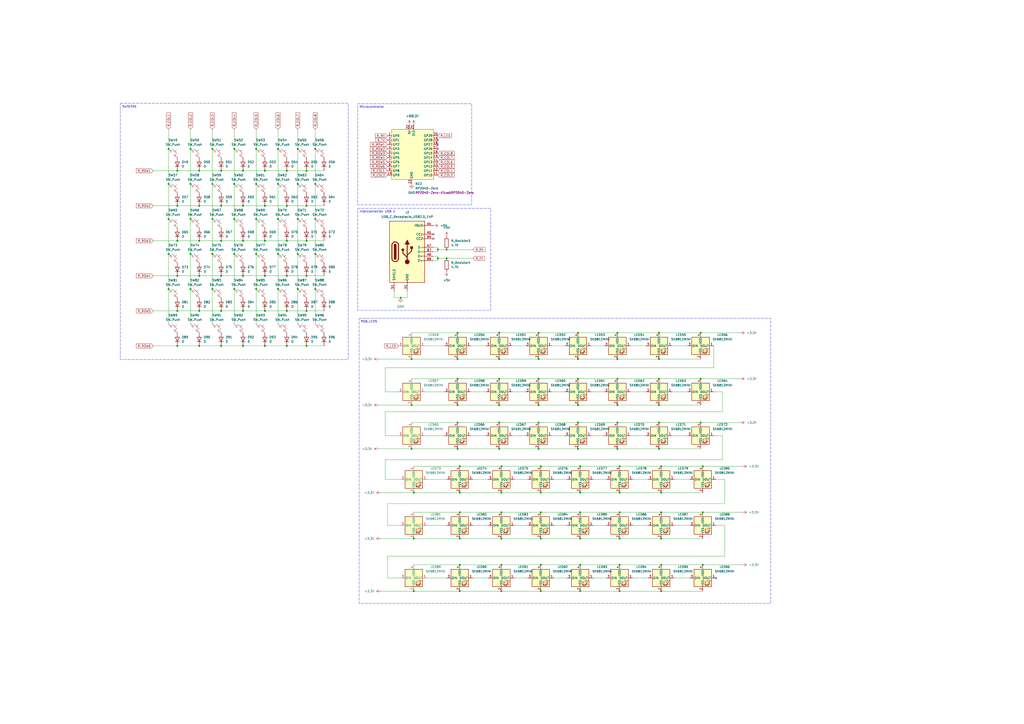
<source format=kicad_sch>
(kicad_sch (version 20250114) (generator "eeschema") (generator_version "9.0")
  (paper "A2")
  (title_block (title "SplitKeeb Left"))
  (text_box "Interconnector USB C" (at 207.518 120.904 0) (size 77.216 59.182) (margins 0.9525 0.9525 0.9525 0.9525) (stroke (width 0) (type dash)) (effects (font (size 1.27 1.27)) (justify left top)))
  (text_box "RGB_LEDS" (at 208.28 184.658 0) (size 238.76 165.354) (margins 0.9525 0.9525 0.9525 0.9525) (stroke (width 0) (type dash)) (effects (font (size 1.27 1.27)) (justify left top)))
  (text_box "Switches" (at 69.85 59.944 0) (size 132.08 148.59) (margins 0.9525 0.9525 0.9525 0.9525) (stroke (width 0) (type dash)) (effects (font (size 1.27 1.27)) (justify left top)))
  (text_box "Microcontroller" (at 207.518 60.198 0) (size 66.04 58.674) (margins 0.9525 0.9525 0.9525 0.9525) (stroke (width 0) (type dash)) (effects (font (size 1.27 1.27)) (justify left top)))
  (junction (at 110.49 167.64))
  (junction (at 166.37 180.34))
  (junction (at 265.43 245.11))
  (junction (at 407.67 270.51))
  (junction (at 97.79 167.64))
  (junction (at 153.67 119.38))
  (junction (at 172.72 106.68))
  (junction (at 115.57 119.38))
  (junction (at 406.4 219.71))
  (junction (at 406.4 193.04))
  (junction (at 102.87 200.66))
  (junction (at 177.8 99.06))
  (junction (at 115.57 200.66))
  (junction (at 135.89 167.64))
  (junction (at 166.37 160.02))
  (junction (at 383.54 270.51))
  (junction (at 128.27 200.66))
  (junction (at 161.29 147.32))
  (junction (at 161.29 106.68))
  (junction (at 359.41 285.75))
  (junction (at 254 144.78))
  (junction (at 102.87 160.02))
  (junction (at 359.41 270.51))
  (junction (at 312.42 234.95))
  (junction (at 335.28 219.71))
  (junction (at 382.27 208.28))
  (junction (at 289.56 193.04))
  (junction (at 290.83 342.9))
  (junction (at 359.41 342.9))
  (junction (at 172.72 86.36))
  (junction (at 166.37 119.38))
  (junction (at 382.27 245.11))
  (junction (at 383.54 312.42))
  (junction (at 161.29 167.64))
  (junction (at 266.7 312.42))
  (junction (at 335.28 234.95))
  (junction (at 128.27 99.06))
  (junction (at 161.29 86.36))
  (junction (at 289.56 219.71))
  (junction (at 135.89 127))
  (junction (at 382.27 219.71))
  (junction (at 406.4 245.11))
  (junction (at 110.49 147.32))
  (junction (at 265.43 208.28))
  (junction (at 336.55 297.18))
  (junction (at 110.49 86.36))
  (junction (at 290.83 285.75))
  (junction (at 123.19 106.68))
  (junction (at 148.59 167.64))
  (junction (at 335.28 193.04))
  (junction (at 148.59 147.32))
  (junction (at 312.42 260.35))
  (junction (at 123.19 147.32))
  (junction (at 97.79 147.32))
  (junction (at 177.8 180.34))
  (junction (at 128.27 160.02))
  (junction (at 336.55 327.66))
  (junction (at 140.97 99.06))
  (junction (at 182.88 106.68))
  (junction (at 102.87 139.7))
  (junction (at 313.69 285.75))
  (junction (at 115.57 139.7))
  (junction (at 115.57 99.06))
  (junction (at 238.76 208.28))
  (junction (at 312.42 193.04))
  (junction (at 161.29 127))
  (junction (at 115.57 160.02))
  (junction (at 265.43 260.35))
  (junction (at 335.28 260.35))
  (junction (at 336.55 270.51))
  (junction (at 172.72 147.32))
  (junction (at 265.43 234.95))
  (junction (at 182.88 167.64))
  (junction (at 259.08 149.86))
  (junction (at 166.37 200.66))
  (junction (at 110.49 106.68))
  (junction (at 383.54 297.18))
  (junction (at 382.27 234.95))
  (junction (at 265.43 193.04))
  (junction (at 128.27 139.7))
  (junction (at 97.79 127))
  (junction (at 115.57 180.34))
  (junction (at 407.67 327.66))
  (junction (at 266.7 270.51))
  (junction (at 407.67 297.18))
  (junction (at 182.88 86.36))
  (junction (at 232.41 172.72))
  (junction (at 359.41 327.66))
  (junction (at 266.7 285.75))
  (junction (at 148.59 86.36))
  (junction (at 240.03 312.42))
  (junction (at 153.67 160.02))
  (junction (at 289.56 245.11))
  (junction (at 312.42 208.28))
  (junction (at 383.54 285.75))
  (junction (at 358.14 208.28))
  (junction (at 148.59 106.68))
  (junction (at 148.59 127))
  (junction (at 166.37 139.7))
  (junction (at 336.55 285.75))
  (junction (at 358.14 260.35))
  (junction (at 177.8 139.7))
  (junction (at 240.03 342.9))
  (junction (at 110.49 127))
  (junction (at 313.69 342.9))
  (junction (at 336.55 342.9))
  (junction (at 359.41 312.42))
  (junction (at 97.79 106.68))
  (junction (at 135.89 106.68))
  (junction (at 358.14 193.04))
  (junction (at 358.14 245.11))
  (junction (at 335.28 245.11))
  (junction (at 290.83 327.66))
  (junction (at 290.83 297.18))
  (junction (at 290.83 312.42))
  (junction (at 166.37 99.06))
  (junction (at 254 149.86))
  (junction (at 313.69 312.42))
  (junction (at 140.97 160.02))
  (junction (at 177.8 119.38))
  (junction (at 336.55 312.42))
  (junction (at 312.42 245.11))
  (junction (at 290.83 270.51))
  (junction (at 313.69 297.18))
  (junction (at 97.79 86.36))
  (junction (at 172.72 167.64))
  (junction (at 153.67 139.7))
  (junction (at 123.19 167.64))
  (junction (at 135.89 147.32))
  (junction (at 177.8 200.66))
  (junction (at 266.7 342.9))
  (junction (at 359.41 297.18))
  (junction (at 182.88 147.32))
  (junction (at 123.19 127))
  (junction (at 140.97 139.7))
  (junction (at 265.43 219.71))
  (junction (at 102.87 119.38))
  (junction (at 177.8 160.02))
  (junction (at 335.28 208.28))
  (junction (at 172.72 127))
  (junction (at 383.54 327.66))
  (junction (at 182.88 127))
  (junction (at 382.27 260.35))
  (junction (at 238.76 234.95))
  (junction (at 266.7 297.18))
  (junction (at 153.67 180.34))
  (junction (at 358.14 219.71))
  (junction (at 135.89 86.36))
  (junction (at 289.56 208.28))
  (junction (at 240.03 285.75))
  (junction (at 102.87 99.06))
  (junction (at 140.97 119.38))
  (junction (at 128.27 180.34))
  (junction (at 259.08 144.78))
  (junction (at 382.27 193.04))
  (junction (at 238.76 260.35))
  (junction (at 313.69 270.51))
  (junction (at 266.7 327.66))
  (junction (at 123.19 86.36))
  (junction (at 140.97 200.66))
  (junction (at 153.67 200.66))
  (junction (at 312.42 219.71))
  (junction (at 289.56 260.35))
  (junction (at 153.67 99.06))
  (junction (at 383.54 342.9))
  (junction (at 358.14 234.95))
  (junction (at 140.97 180.34))
  (junction (at 128.27 119.38))
  (junction (at 313.69 327.66))
  (junction (at 289.56 234.95))
  (junction (at 102.87 180.34))
  (no_connect (at 251.46 138.43))
  (no_connect (at 254 83.82))
  (no_connect (at 415.29 335.28))
  (no_connect (at 251.46 135.89))
  (no_connect (at 254 86.36))
  (no_connect (at 254 81.28))
  (wire (pts (xy 254 149.86) (xy 254 151.13)))
  (wire (pts (xy 274.32 144.78) (xy 259.08 144.78)))
  (wire (pts (xy 140.97 139.7) (xy 153.67 139.7)))
  (wire (pts (xy 344.17 304.8) (xy 351.79 304.8)))
  (wire (pts (xy 148.59 147.32) (xy 148.59 167.64)))
  (wire (pts (xy 289.56 260.35) (xy 312.42 260.35)))
  (wire (pts (xy 128.27 139.7) (xy 140.97 139.7)))
  (wire (pts (xy 406.4 219.71) (xy 429.26 219.71)))
  (wire (pts (xy 367.03 304.8) (xy 375.92 304.8)))
  (wire (pts (xy 359.41 312.42) (xy 383.54 312.42)))
  (wire (pts (xy 102.87 99.06) (xy 115.57 99.06)))
  (wire (pts (xy 313.69 327.66) (xy 336.55 327.66)))
  (wire (pts (xy 123.19 86.36) (xy 123.19 106.68)))
  (wire (pts (xy 298.45 278.13) (xy 306.07 278.13)))
  (wire (pts (xy 359.41 270.51) (xy 383.54 270.51)))
  (wire (pts (xy 335.28 260.35) (xy 358.14 260.35)))
  (wire (pts (xy 153.67 160.02) (xy 166.37 160.02)))
  (wire (pts (xy 97.79 74.93) (xy 97.79 86.36)))
  (wire (pts (xy 240.03 342.9) (xy 266.7 342.9)))
  (wire (pts (xy 312.42 234.95) (xy 335.28 234.95)))
  (wire (pts (xy 320.04 200.66) (xy 327.66 200.66)))
  (wire (pts (xy 236.22 168.91) (xy 236.22 172.72)))
  (wire (pts (xy 320.04 227.33) (xy 327.66 227.33)))
  (wire (pts (xy 123.19 106.68) (xy 123.19 127)))
  (wire (pts (xy 254 143.51) (xy 254 144.78)))
  (wire (pts (xy 172.72 74.93) (xy 172.72 86.36)))
  (wire (pts (xy 161.29 167.64) (xy 161.29 187.96)))
  (wire (pts (xy 273.05 200.66) (xy 281.94 200.66)))
  (wire (pts (xy 166.37 160.02) (xy 177.8 160.02)))
  (wire (pts (xy 128.27 99.06) (xy 140.97 99.06)))
  (wire (pts (xy 382.27 219.71) (xy 406.4 219.71)))
  (wire (pts (xy 247.65 304.8) (xy 259.08 304.8)))
  (wire (pts (xy 88.9 119.38) (xy 102.87 119.38)))
  (wire (pts (xy 289.56 245.11) (xy 312.42 245.11)))
  (wire (pts (xy 389.89 227.33) (xy 398.78 227.33)))
  (wire (pts (xy 110.49 167.64) (xy 110.49 187.96)))
  (wire (pts (xy 251.46 151.13) (xy 254 151.13)))
  (wire (pts (xy 219.71 208.28) (xy 238.76 208.28)))
  (wire (pts (xy 342.9 227.33) (xy 350.52 227.33)))
  (wire (pts (xy 321.31 335.28) (xy 328.93 335.28)))
  (wire (pts (xy 220.98 285.75) (xy 240.03 285.75)))
  (wire (pts (xy 335.28 208.28) (xy 358.14 208.28)))
  (wire (pts (xy 182.88 147.32) (xy 182.88 167.64)))
  (wire (pts (xy 148.59 167.64) (xy 148.59 187.96)))
  (wire (pts (xy 251.46 143.51) (xy 254 143.51)))
  (wire (pts (xy 336.55 312.42) (xy 359.41 312.42)))
  (wire (pts (xy 274.32 149.86) (xy 259.08 149.86)))
  (wire (pts (xy 265.43 234.95) (xy 289.56 234.95)))
  (wire (pts (xy 265.43 219.71) (xy 289.56 219.71)))
  (wire (pts (xy 391.16 304.8) (xy 400.05 304.8)))
  (wire (pts (xy 220.98 342.9) (xy 240.03 342.9)))
  (wire (pts (xy 238.76 245.11) (xy 265.43 245.11)))
  (wire (pts (xy 135.89 127) (xy 135.89 147.32)))
  (wire (pts (xy 312.42 245.11) (xy 335.28 245.11)))
  (wire (pts (xy 153.67 119.38) (xy 166.37 119.38)))
  (wire (pts (xy 335.28 193.04) (xy 358.14 193.04)))
  (wire (pts (xy 359.41 342.9) (xy 383.54 342.9)))
  (wire (pts (xy 97.79 147.32) (xy 97.79 167.64)))
  (wire (pts (xy 321.31 304.8) (xy 328.93 304.8)))
  (wire (pts (xy 419.1 238.76) (xy 223.52 238.76)))
  (wire (pts (xy 312.42 208.28) (xy 335.28 208.28)))
  (wire (pts (xy 358.14 260.35) (xy 382.27 260.35)))
  (wire (pts (xy 335.28 234.95) (xy 358.14 234.95)))
  (wire (pts (xy 110.49 106.68) (xy 110.49 127)))
  (wire (pts (xy 365.76 200.66) (xy 374.65 200.66)))
  (wire (pts (xy 228.6 168.91) (xy 228.6 172.72)))
  (wire (pts (xy 419.1 252.73) (xy 414.02 252.73)))
  (wire (pts (xy 102.87 180.34) (xy 115.57 180.34)))
  (wire (pts (xy 182.88 127) (xy 182.88 147.32)))
  (wire (pts (xy 358.14 208.28) (xy 382.27 208.28)))
  (wire (pts (xy 182.88 74.93) (xy 182.88 86.36)))
  (wire (pts (xy 177.8 99.06) (xy 187.96 99.06)))
  (wire (pts (xy 266.7 342.9) (xy 290.83 342.9)))
  (wire (pts (xy 135.89 74.93) (xy 135.89 86.36)))
  (wire (pts (xy 223.52 278.13) (xy 223.52 266.7)))
  (wire (pts (xy 88.9 160.02) (xy 102.87 160.02)))
  (wire (pts (xy 172.72 127) (xy 172.72 147.32)))
  (wire (pts (xy 358.14 219.71) (xy 382.27 219.71)))
  (wire (pts (xy 358.14 234.95) (xy 382.27 234.95)))
  (wire (pts (xy 320.04 252.73) (xy 327.66 252.73)))
  (wire (pts (xy 313.69 297.18) (xy 336.55 297.18)))
  (wire (pts (xy 219.71 234.95) (xy 238.76 234.95)))
  (wire (pts (xy 238.76 193.04) (xy 265.43 193.04)))
  (wire (pts (xy 336.55 297.18) (xy 359.41 297.18)))
  (wire (pts (xy 177.8 180.34) (xy 187.96 180.34)))
  (wire (pts (xy 312.42 193.04) (xy 335.28 193.04)))
  (wire (pts (xy 172.72 86.36) (xy 172.72 106.68)))
  (wire (pts (xy 223.52 238.76) (xy 223.52 252.73)))
  (wire (pts (xy 153.67 99.06) (xy 166.37 99.06)))
  (wire (pts (xy 115.57 200.66) (xy 128.27 200.66)))
  (wire (pts (xy 148.59 127) (xy 148.59 147.32)))
  (wire (pts (xy 166.37 139.7) (xy 177.8 139.7)))
  (wire (pts (xy 254 148.59) (xy 254 149.86)))
  (wire (pts (xy 383.54 342.9) (xy 407.67 342.9)))
  (wire (pts (xy 219.71 260.35) (xy 238.76 260.35)))
  (wire (pts (xy 383.54 312.42) (xy 407.67 312.42)))
  (wire (pts (xy 135.89 167.64) (xy 135.89 187.96)))
  (wire (pts (xy 274.32 278.13) (xy 283.21 278.13)))
  (wire (pts (xy 177.8 200.66) (xy 187.96 200.66)))
  (wire (pts (xy 110.49 147.32) (xy 110.49 167.64)))
  (wire (pts (xy 358.14 245.11) (xy 382.27 245.11)))
  (wire (pts (xy 290.83 297.18) (xy 313.69 297.18)))
  (wire (pts (xy 383.54 270.51) (xy 407.67 270.51)))
  (wire (pts (xy 135.89 106.68) (xy 135.89 127)))
  (wire (pts (xy 177.8 160.02) (xy 187.96 160.02)))
  (wire (pts (xy 382.27 208.28) (xy 406.4 208.28)))
  (wire (pts (xy 289.56 208.28) (xy 312.42 208.28)))
  (wire (pts (xy 166.37 119.38) (xy 177.8 119.38)))
  (wire (pts (xy 110.49 127) (xy 110.49 147.32)))
  (wire (pts (xy 382.27 260.35) (xy 406.4 260.35)))
  (wire (pts (xy 336.55 285.75) (xy 359.41 285.75)))
  (wire (pts (xy 289.56 193.04) (xy 312.42 193.04)))
  (wire (pts (xy 265.43 208.28) (xy 289.56 208.28)))
  (wire (pts (xy 312.42 219.71) (xy 335.28 219.71)))
  (wire (pts (xy 420.37 322.58) (xy 224.79 322.58)))
  (wire (pts (xy 336.55 270.51) (xy 359.41 270.51)))
  (wire (pts (xy 223.52 213.36) (xy 223.52 227.33)))
  (wire (pts (xy 298.45 335.28) (xy 306.07 335.28)))
  (wire (pts (xy 228.6 172.72) (xy 232.41 172.72)))
  (wire (pts (xy 297.18 252.73) (xy 304.8 252.73)))
  (wire (pts (xy 153.67 180.34) (xy 166.37 180.34)))
  (wire (pts (xy 166.37 180.34) (xy 177.8 180.34)))
  (wire (pts (xy 166.37 99.06) (xy 177.8 99.06)))
  (wire (pts (xy 407.67 270.51) (xy 430.53 270.51)))
  (wire (pts (xy 414.02 200.66) (xy 414.02 213.36)))
  (wire (pts (xy 246.38 200.66) (xy 257.81 200.66)))
  (wire (pts (xy 342.9 252.73) (xy 350.52 252.73)))
  (wire (pts (xy 123.19 147.32) (xy 123.19 167.64)))
  (wire (pts (xy 259.08 149.86) (xy 254 149.86)))
  (wire (pts (xy 153.67 200.66) (xy 166.37 200.66)))
  (wire (pts (xy 224.79 304.8) (xy 232.41 304.8)))
  (wire (pts (xy 266.7 327.66) (xy 290.83 327.66)))
  (wire (pts (xy 290.83 327.66) (xy 313.69 327.66)))
  (wire (pts (xy 265.43 193.04) (xy 289.56 193.04)))
  (wire (pts (xy 382.27 245.11) (xy 406.4 245.11)))
  (wire (pts (xy 172.72 167.64) (xy 172.72 187.96)))
  (wire (pts (xy 420.37 278.13) (xy 420.37 292.1)))
  (wire (pts (xy 220.98 312.42) (xy 240.03 312.42)))
  (wire (pts (xy 110.49 86.36) (xy 110.49 106.68)))
  (wire (pts (xy 97.79 127) (xy 97.79 147.32)))
  (wire (pts (xy 161.29 127) (xy 161.29 147.32)))
  (wire (pts (xy 177.8 139.7) (xy 187.96 139.7)))
  (wire (pts (xy 367.03 278.13) (xy 375.92 278.13)))
  (wire (pts (xy 407.67 327.66) (xy 430.53 327.66)))
  (wire (pts (xy 177.8 119.38) (xy 187.96 119.38)))
  (wire (pts (xy 223.52 266.7) (xy 419.1 266.7)))
  (wire (pts (xy 223.52 252.73) (xy 231.14 252.73)))
  (wire (pts (xy 336.55 327.66) (xy 359.41 327.66)))
  (wire (pts (xy 290.83 342.9) (xy 313.69 342.9)))
  (wire (pts (xy 382.27 193.04) (xy 406.4 193.04)))
  (wire (pts (xy 247.65 335.28) (xy 259.08 335.28)))
  (wire (pts (xy 166.37 200.66) (xy 177.8 200.66)))
  (wire (pts (xy 358.14 193.04) (xy 382.27 193.04)))
  (wire (pts (xy 266.7 285.75) (xy 290.83 285.75)))
  (wire (pts (xy 88.9 139.7) (xy 102.87 139.7)))
  (wire (pts (xy 290.83 285.75) (xy 313.69 285.75)))
  (wire (pts (xy 97.79 106.68) (xy 97.79 127)))
  (wire (pts (xy 266.7 297.18) (xy 290.83 297.18)))
  (wire (pts (xy 313.69 285.75) (xy 336.55 285.75)))
  (wire (pts (xy 342.9 200.66) (xy 350.52 200.66)))
  (wire (pts (xy 298.45 304.8) (xy 306.07 304.8)))
  (wire (pts (xy 313.69 312.42) (xy 336.55 312.42)))
  (wire (pts (xy 135.89 147.32) (xy 135.89 167.64)))
  (wire (pts (xy 102.87 139.7) (xy 115.57 139.7)))
  (wire (pts (xy 420.37 304.8) (xy 420.37 322.58)))
  (wire (pts (xy 247.65 278.13) (xy 259.08 278.13)))
  (wire (pts (xy 97.79 167.64) (xy 97.79 187.96)))
  (wire (pts (xy 238.76 234.95) (xy 265.43 234.95)))
  (wire (pts (xy 135.89 86.36) (xy 135.89 106.68)))
  (wire (pts (xy 102.87 160.02) (xy 115.57 160.02)))
  (wire (pts (xy 128.27 200.66) (xy 140.97 200.66)))
  (wire (pts (xy 240.03 285.75) (xy 266.7 285.75)))
  (wire (pts (xy 419.1 266.7) (xy 419.1 252.73)))
  (wire (pts (xy 115.57 119.38) (xy 128.27 119.38)))
  (wire (pts (xy 148.59 86.36) (xy 148.59 106.68)))
  (wire (pts (xy 123.19 167.64) (xy 123.19 187.96)))
  (wire (pts (xy 128.27 119.38) (xy 140.97 119.38)))
  (wire (pts (xy 297.18 200.66) (xy 304.8 200.66)))
  (wire (pts (xy 359.41 327.66) (xy 383.54 327.66)))
  (wire (pts (xy 97.79 86.36) (xy 97.79 106.68)))
  (wire (pts (xy 224.79 335.28) (xy 232.41 335.28)))
  (wire (pts (xy 88.9 99.06) (xy 102.87 99.06)))
  (wire (pts (xy 266.7 270.51) (xy 290.83 270.51)))
  (wire (pts (xy 172.72 147.32) (xy 172.72 167.64)))
  (wire (pts (xy 140.97 160.02) (xy 153.67 160.02)))
  (wire (pts (xy 115.57 180.34) (xy 128.27 180.34)))
  (wire (pts (xy 254 144.78) (xy 254 146.05)))
  (wire (pts (xy 365.76 252.73) (xy 374.65 252.73)))
  (wire (pts (xy 290.83 270.51) (xy 313.69 270.51)))
  (wire (pts (xy 383.54 297.18) (xy 407.67 297.18)))
  (wire (pts (xy 148.59 74.93) (xy 148.59 86.36)))
  (wire (pts (xy 391.16 278.13) (xy 400.05 278.13)))
  (wire (pts (xy 265.43 245.11) (xy 289.56 245.11)))
  (wire (pts (xy 313.69 342.9) (xy 336.55 342.9)))
  (wire (pts (xy 110.49 74.93) (xy 110.49 86.36)))
  (wire (pts (xy 344.17 335.28) (xy 351.79 335.28)))
  (wire (pts (xy 140.97 119.38) (xy 153.67 119.38)))
  (wire (pts (xy 240.03 270.51) (xy 266.7 270.51)))
  (wire (pts (xy 123.19 74.93) (xy 123.19 86.36)))
  (wire (pts (xy 420.37 292.1) (xy 224.79 292.1)))
  (wire (pts (xy 161.29 147.32) (xy 161.29 167.64)))
  (wire (pts (xy 389.89 200.66) (xy 398.78 200.66)))
  (wire (pts (xy 140.97 200.66) (xy 153.67 200.66)))
  (wire (pts (xy 172.72 106.68) (xy 172.72 127)))
  (wire (pts (xy 274.32 304.8) (xy 283.21 304.8)))
  (wire (pts (xy 321.31 278.13) (xy 328.93 278.13)))
  (wire (pts (xy 406.4 193.04) (xy 429.26 193.04)))
  (wire (pts (xy 161.29 74.93) (xy 161.29 86.36)))
  (wire (pts (xy 115.57 139.7) (xy 128.27 139.7)))
  (wire (pts (xy 274.32 335.28) (xy 283.21 335.28)))
  (wire (pts (xy 391.16 335.28) (xy 400.05 335.28)))
  (wire (pts (xy 383.54 285.75) (xy 407.67 285.75)))
  (wire (pts (xy 406.4 245.11) (xy 429.26 245.11)))
  (wire (pts (xy 335.28 219.71) (xy 358.14 219.71)))
  (wire (pts (xy 415.29 304.8) (xy 420.37 304.8)))
  (wire (pts (xy 238.76 208.28) (xy 265.43 208.28)))
  (wire (pts (xy 259.08 144.78) (xy 254 144.78)))
  (wire (pts (xy 251.46 148.59) (xy 254 148.59)))
  (wire (pts (xy 140.97 180.34) (xy 153.67 180.34)))
  (wire (pts (xy 88.9 180.34) (xy 102.87 180.34)))
  (wire (pts (xy 415.29 278.13) (xy 420.37 278.13)))
  (wire (pts (xy 161.29 106.68) (xy 161.29 127)))
  (wire (pts (xy 240.03 327.66) (xy 266.7 327.66)))
  (wire (pts (xy 335.28 245.11) (xy 358.14 245.11)))
  (wire (pts (xy 407.67 297.18) (xy 430.53 297.18)))
  (wire (pts (xy 297.18 227.33) (xy 304.8 227.33)))
  (wire (pts (xy 224.79 322.58) (xy 224.79 335.28)))
  (wire (pts (xy 359.41 285.75) (xy 383.54 285.75)))
  (wire (pts (xy 115.57 160.02) (xy 128.27 160.02)))
  (wire (pts (xy 289.56 234.95) (xy 312.42 234.95)))
  (wire (pts (xy 240.03 312.42) (xy 266.7 312.42)))
  (wire (pts (xy 161.29 86.36) (xy 161.29 106.68)))
  (wire (pts (xy 148.59 106.68) (xy 148.59 127)))
  (wire (pts (xy 88.9 200.66) (xy 102.87 200.66)))
  (wire (pts (xy 383.54 327.66) (xy 407.67 327.66)))
  (wire (pts (xy 224.79 292.1) (xy 224.79 304.8)))
  (wire (pts (xy 414.02 227.33) (xy 419.1 227.33)))
  (wire (pts (xy 140.97 99.06) (xy 153.67 99.06)))
  (wire (pts (xy 128.27 160.02) (xy 140.97 160.02)))
  (wire (pts (xy 414.02 213.36) (xy 223.52 213.36)))
  (wire (pts (xy 389.89 252.73) (xy 398.78 252.73)))
  (wire (pts (xy 238.76 219.71) (xy 265.43 219.71)))
  (wire (pts (xy 419.1 227.33) (xy 419.1 238.76)))
  (wire (pts (xy 102.87 119.38) (xy 115.57 119.38)))
  (wire (pts (xy 290.83 312.42) (xy 313.69 312.42)))
  (wire (pts (xy 313.69 270.51) (xy 336.55 270.51)))
  (wire (pts (xy 115.57 99.06) (xy 128.27 99.06)))
  (wire (pts (xy 240.03 297.18) (xy 266.7 297.18)))
  (wire (pts (xy 236.22 172.72) (xy 232.41 172.72)))
  (wire (pts (xy 238.76 260.35) (xy 265.43 260.35)))
  (wire (pts (xy 246.38 252.73) (xy 257.81 252.73)))
  (wire (pts (xy 273.05 227.33) (xy 281.94 227.33)))
  (wire (pts (xy 367.03 335.28) (xy 375.92 335.28)))
  (wire (pts (xy 153.67 139.7) (xy 166.37 139.7)))
  (wire (pts (xy 289.56 219.71) (xy 312.42 219.71)))
  (wire (pts (xy 182.88 86.36) (xy 182.88 106.68)))
  (wire (pts (xy 382.27 234.95) (xy 406.4 234.95)))
  (wire (pts (xy 102.87 200.66) (xy 115.57 200.66)))
  (wire (pts (xy 265.43 260.35) (xy 289.56 260.35)))
  (wire (pts (xy 182.88 106.68) (xy 182.88 127)))
  (wire (pts (xy 246.38 227.33) (xy 257.81 227.33)))
  (wire (pts (xy 232.41 278.13) (xy 223.52 278.13)))
  (wire (pts (xy 273.05 252.73) (xy 281.94 252.73)))
  (wire (pts (xy 312.42 260.35) (xy 335.28 260.35)))
  (wire (pts (xy 359.41 297.18) (xy 383.54 297.18)))
  (wire (pts (xy 182.88 167.64) (xy 182.88 187.96)))
  (wire (pts (xy 336.55 342.9) (xy 359.41 342.9)))
  (wire (pts (xy 365.76 227.33) (xy 374.65 227.33)))
  (wire (pts (xy 251.46 146.05) (xy 254 146.05)))
  (wire (pts (xy 266.7 312.42) (xy 290.83 312.42)))
  (wire (pts (xy 123.19 127) (xy 123.19 147.32)))
  (wire (pts (xy 128.27 180.34) (xy 140.97 180.34)))
  (wire (pts (xy 344.17 278.13) (xy 351.79 278.13)))
  (wire (pts (xy 223.52 227.33) (xy 231.14 227.33)))
  (global_label "R_COL8" (shape input) (at 182.88 74.93 90) (property "Intersheetrefs" "${INTERSHEET_REFS}" (effects (hide yes))))
  (global_label "R_ROW4" (shape input) (at 224.79 91.44 180) (property "Intersheetrefs" "${INTERSHEET_REFS}" (effects (hide yes))))
  (global_label "R_COL6" (shape input) (at 161.29 74.93 90) (property "Intersheetrefs" "${INTERSHEET_REFS}" (effects (hide yes))))
  (global_label "R_ROW1" (shape input) (at 224.79 83.82 180) (property "Intersheetrefs" "${INTERSHEET_REFS}" (effects (hide yes))))
  (global_label "R_COL1" (shape input) (at 224.79 99.06 180) (property "Intersheetrefs" "${INTERSHEET_REFS}" (effects (hide yes))))
  (global_label "R_COL2" (shape input) (at 224.79 101.6 180) (property "Intersheetrefs" "${INTERSHEET_REFS}" (effects (hide yes))))
  (global_label "R_COL7" (shape input) (at 172.72 74.93 90) (property "Intersheetrefs" "${INTERSHEET_REFS}" (effects (hide yes))))
  (global_label "R_COL2" (shape input) (at 110.49 74.93 90) (property "Intersheetrefs" "${INTERSHEET_REFS}" (effects (hide yes))))
  (global_label "R_LED" (shape input) (at 231.14 200.66 180) (property "Intersheetrefs" "${INTERSHEET_REFS}" (effects (hide yes))))
  (global_label "R_ROW5" (shape input) (at 88.9 180.34 180) (property "Intersheetrefs" "${INTERSHEET_REFS}" (effects (hide yes))))
  (global_label "R_LED" (shape input) (at 254 78.74 0) (property "Intersheetrefs" "${INTERSHEET_REFS}" (effects (hide yes))))
  (global_label "R_COL3" (shape input) (at 123.19 74.93 90) (property "Intersheetrefs" "${INTERSHEET_REFS}" (effects (hide yes))))
  (global_label "R_COL6" (shape input) (at 254 93.98 0) (property "Intersheetrefs" "${INTERSHEET_REFS}" (effects (hide yes))))
  (global_label "R_COL5" (shape input) (at 254 96.52 0) (property "Intersheetrefs" "${INTERSHEET_REFS}" (effects (hide yes))))
  (global_label "R_COL1" (shape input) (at 97.79 74.93 90) (property "Intersheetrefs" "${INTERSHEET_REFS}" (effects (hide yes))))
  (global_label "R_ROW4" (shape input) (at 88.9 160.02 180) (property "Intersheetrefs" "${INTERSHEET_REFS}" (effects (hide yes))))
  (global_label "R_ROW1" (shape input) (at 88.9 99.06 180) (property "Intersheetrefs" "${INTERSHEET_REFS}" (effects (hide yes))))
  (global_label "R_ROW3" (shape input) (at 224.79 88.9 180) (property "Intersheetrefs" "${INTERSHEET_REFS}" (effects (hide yes))))
  (global_label "R_ROW5" (shape input) (at 224.79 93.98 180) (property "Intersheetrefs" "${INTERSHEET_REFS}" (effects (hide yes))))
  (global_label "R_ROW2" (shape input) (at 88.9 119.38 180) (property "Intersheetrefs" "${INTERSHEET_REFS}" (effects (hide yes))))
  (global_label "R_TX" (shape input) (at 224.79 81.28 180) (property "Intersheetrefs" "${INTERSHEET_REFS}" (effects (hide yes))))
  (global_label "R_COL8" (shape input) (at 254 88.9 0) (property "Intersheetrefs" "${INTERSHEET_REFS}" (effects (hide yes))))
  (global_label "R_ROW2" (shape input) (at 224.79 86.36 180) (property "Intersheetrefs" "${INTERSHEET_REFS}" (effects (hide yes))))
  (global_label "R_COL4" (shape input) (at 254 99.06 0) (property "Intersheetrefs" "${INTERSHEET_REFS}" (effects (hide yes))))
  (global_label "R_ROW3" (shape input) (at 88.9 139.7 180) (property "Intersheetrefs" "${INTERSHEET_REFS}" (effects (hide yes))))
  (global_label "R_COL3" (shape input) (at 254 101.6 0) (property "Intersheetrefs" "${INTERSHEET_REFS}" (effects (hide yes))))
  (global_label "R_COL5" (shape input) (at 148.59 74.93 90) (property "Intersheetrefs" "${INTERSHEET_REFS}" (effects (hide yes))))
  (global_label "R_ROW6" (shape input) (at 88.9 200.66 180) (property "Intersheetrefs" "${INTERSHEET_REFS}" (effects (hide yes))))
  (global_label "R_ROW6" (shape input) (at 224.79 96.52 180) (property "Intersheetrefs" "${INTERSHEET_REFS}" (effects (hide yes))))
  (global_label "R_RX" (shape input) (at 224.79 78.74 180) (property "Intersheetrefs" "${INTERSHEET_REFS}" (effects (hide yes))))
  (global_label "R_COL4" (shape input) (at 135.89 74.93 90) (property "Intersheetrefs" "${INTERSHEET_REFS}" (effects (hide yes))))
  (global_label "R_RX" (shape input) (at 274.32 144.78 0) (property "Intersheetrefs" "${INTERSHEET_REFS}" (effects (hide yes))))
  (global_label "R_COL7" (shape input) (at 254 91.44 0) (property "Intersheetrefs" "${INTERSHEET_REFS}" (effects (hide yes))))
  (global_label "R_TX" (shape input) (at 274.32 149.86 0) (property "Intersheetrefs" "${INTERSHEET_REFS}" (effects (hide yes))))
  (symbol (lib_id "power:GND") (at 232.41 172.72 0) (unit 1)
    (property "Reference" "#PWR026" (effects (hide yes)))
    (property "Value" "GND" (at 232.41 177.8 0))
    (property "Description" "Power symbol creates a global label with name \"GND\" , ground" (effects (hide yes)))
  )
  (symbol (lib_id "Device:D") (at 177.8 156.21 90) (unit 1)
    (property "Reference" "D79" (at 180.34 154.9399 90) (effects (justify right)))
    (property "Value" "D" (at 180.34 157.4799 90) (effects (justify right)))
    (property "Footprint" "Diode_SMD:D_SOD-123" (effects (hide yes)))
    (property "Description" "Diode" (effects (hide yes)))
    (property "Sim.Device" "D" (effects (hide yes)))
    (property "Sim.Pins" "1=K 2=A" (effects (hide yes)))
  )
  (symbol (lib_id "LED:SK6812MINI") (at 290.83 304.8 0) (unit 1)
    (property "Reference" "LED83" (at 303.53 298.3798 0))
    (property "Value" "SK6812MINI" (at 303.53 300.9198 0))
    (property "Footprint" "LED_SMD:LED_SK6812MINI_PLCC4_3.5x3.5mm_P1.75mm" (effects (hide yes)))
    (property "Datasheet" "https://cdn-shop.adafruit.com/product-files/2686/SK6812MINI_REV.01-1-2.pdf" (effects (hide yes)))
    (property "Description" "RGB LED with integrated controller" (effects (hide yes)))
  )
  (symbol (lib_id "power:+3.3V") (at 220.98 285.75 90) (unit 1)
    (property "Reference" "#PWR034" (effects (hide yes)))
    (property "Value" "+3.3V" (at 217.17 285.7499 90) (effects (justify left)))
    (property "Description" "Power symbol creates a global label with name \"+3.3V\"" (effects (hide yes)))
  )
  (symbol (lib_id "LED:SK6812MINI") (at 312.42 227.33 0) (unit 1)
    (property "Reference" "LED60" (at 325.12 220.9098 0))
    (property "Value" "SK6812MINI" (at 325.12 223.4498 0))
    (property "Footprint" "LED_SMD:LED_SK6812MINI_PLCC4_3.5x3.5mm_P1.75mm" (effects (hide yes)))
    (property "Datasheet" "https://cdn-shop.adafruit.com/product-files/2686/SK6812MINI_REV.01-1-2.pdf" (effects (hide yes)))
    (property "Description" "RGB LED with integrated controller" (effects (hide yes)))
  )
  (symbol (lib_id "Switch:SW_Push_45deg") (at 100.33 190.5 0) (unit 1)
    (property "Reference" "SW89" (at 100.33 182.88 0))
    (property "Value" "SW_Push" (at 100.33 185.42 0))
    (property "Footprint" "MX_Hotswap:MX-Hotswap-1U" (effects (hide yes)))
    (property "Description" "Push button switch, normally open, two pins, 45° tilted" (effects (hide yes)))
  )
  (symbol (lib_id "Device:D") (at 140.97 95.25 90) (unit 1)
    (property "Reference" "D52" (at 143.51 93.9799 90) (effects (justify right)))
    (property "Value" "D" (at 143.51 96.5199 90) (effects (justify right)))
    (property "Footprint" "Diode_SMD:D_SOD-123" (effects (hide yes)))
    (property "Description" "Diode" (effects (hide yes)))
    (property "Sim.Device" "D" (effects (hide yes)))
    (property "Sim.Pins" "1=K 2=A" (effects (hide yes)))
  )
  (symbol (lib_id "Device:D") (at 187.96 156.21 90) (unit 1)
    (property "Reference" "D80" (at 190.5 154.9399 90) (effects (justify right)))
    (property "Value" "D" (at 190.5 157.4799 90) (effects (justify right)))
    (property "Footprint" "Diode_SMD:D_SOD-123" (effects (hide yes)))
    (property "Description" "Diode" (effects (hide yes)))
    (property "Sim.Device" "D" (effects (hide yes)))
    (property "Sim.Pins" "1=K 2=A" (effects (hide yes)))
  )
  (symbol (lib_id "Switch:SW_Push_45deg") (at 138.43 170.18 0) (unit 1)
    (property "Reference" "SW84" (at 138.43 162.56 0))
    (property "Value" "SW_Push" (at 138.43 165.1 0))
    (property "Footprint" "MX_Hotswap:MX-Hotswap-1U" (effects (hide yes)))
    (property "Description" "Push button switch, normally open, two pins, 45° tilted" (effects (hide yes)))
  )
  (symbol (lib_id "LED:SK6812MINI") (at 382.27 200.66 0) (unit 1)
    (property "Reference" "LED55" (at 394.97 194.2398 0))
    (property "Value" "SK6812MINI" (at 394.97 196.7798 0))
    (property "Footprint" "LED_SMD:LED_SK6812MINI_PLCC4_3.5x3.5mm_P1.75mm" (effects (hide yes)))
    (property "Datasheet" "https://cdn-shop.adafruit.com/product-files/2686/SK6812MINI_REV.01-1-2.pdf" (effects (hide yes)))
    (property "Description" "RGB LED with integrated controller" (effects (hide yes)))
  )
  (symbol (lib_id "Device:D") (at 177.8 95.25 90) (unit 1)
    (property "Reference" "D55" (at 180.34 93.9799 90) (effects (justify right)))
    (property "Value" "D" (at 180.34 96.5199 90) (effects (justify right)))
    (property "Footprint" "Diode_SMD:D_SOD-123" (effects (hide yes)))
    (property "Description" "Diode" (effects (hide yes)))
    (property "Sim.Device" "D" (effects (hide yes)))
    (property "Sim.Pins" "1=K 2=A" (effects (hide yes)))
  )
  (symbol (lib_id "Device:D") (at 115.57 156.21 90) (unit 1)
    (property "Reference" "D74" (at 118.11 154.9399 90) (effects (justify right)))
    (property "Value" "D" (at 118.11 157.4799 90) (effects (justify right)))
    (property "Footprint" "Diode_SMD:D_SOD-123" (effects (hide yes)))
    (property "Description" "Diode" (effects (hide yes)))
    (property "Sim.Device" "D" (effects (hide yes)))
    (property "Sim.Pins" "1=K 2=A" (effects (hide yes)))
  )
  (symbol (lib_id "LED:SK6812MINI") (at 406.4 227.33 0) (unit 1)
    (property "Reference" "LED64" (at 419.1 220.9098 0))
    (property "Value" "SK6812MINI" (at 419.1 223.4498 0))
    (property "Footprint" "LED_SMD:LED_SK6812MINI_PLCC4_3.5x3.5mm_P1.75mm" (effects (hide yes)))
    (property "Datasheet" "https://cdn-shop.adafruit.com/product-files/2686/SK6812MINI_REV.01-1-2.pdf" (effects (hide yes)))
    (property "Description" "RGB LED with integrated controller" (effects (hide yes)))
  )
  (symbol (lib_id "Switch:SW_Push_45deg") (at 175.26 129.54 0) (unit 1)
    (property "Reference" "SW71" (at 175.26 121.92 0))
    (property "Value" "SW_Push" (at 175.26 124.46 0))
    (property "Footprint" "MX_Hotswap:MX-Hotswap-1U" (effects (hide yes)))
    (property "Description" "Push button switch, normally open, two pins, 45° tilted" (effects (hide yes)))
  )
  (symbol (lib_id "Switch:SW_Push_45deg") (at 151.13 170.18 0) (unit 1)
    (property "Reference" "SW85" (at 151.13 162.56 0))
    (property "Value" "SW_Push" (at 151.13 165.1 0))
    (property "Footprint" "MX_Hotswap:MX-Hotswap-1U" (effects (hide yes)))
    (property "Description" "Push button switch, normally open, two pins, 45° tilted" (effects (hide yes)))
  )
  (symbol (lib_id "LED:SK6812MINI") (at 335.28 200.66 0) (unit 1)
    (property "Reference" "LED53" (at 347.98 194.2398 0))
    (property "Value" "SK6812MINI" (at 347.98 196.7798 0))
    (property "Footprint" "LED_SMD:LED_SK6812MINI_PLCC4_3.5x3.5mm_P1.75mm" (effects (hide yes)))
    (property "Datasheet" "https://cdn-shop.adafruit.com/product-files/2686/SK6812MINI_REV.01-1-2.pdf" (effects (hide yes)))
    (property "Description" "RGB LED with integrated controller" (effects (hide yes)))
  )
  (symbol (lib_id "Switch:SW_Push_45deg") (at 100.33 129.54 0) (unit 1)
    (property "Reference" "SW65" (at 100.33 121.92 0))
    (property "Value" "SW_Push" (at 100.33 124.46 0))
    (property "Footprint" "MX_Hotswap:MX-Hotswap-1U" (effects (hide yes)))
    (property "Description" "Push button switch, normally open, two pins, 45° tilted" (effects (hide yes)))
  )
  (symbol (lib_id "Switch:SW_Push_45deg") (at 151.13 88.9 0) (unit 1)
    (property "Reference" "SW53" (at 151.13 81.28 0))
    (property "Value" "SW_Push" (at 151.13 83.82 0))
    (property "Footprint" "MX_Hotswap:MX-Hotswap-1U" (effects (hide yes)))
    (property "Description" "Push button switch, normally open, two pins, 45° tilted" (effects (hide yes)))
  )
  (symbol (lib_id "Switch:SW_Push_45deg") (at 125.73 190.5 0) (unit 1)
    (property "Reference" "SW91" (at 125.73 182.88 0))
    (property "Value" "SW_Push" (at 125.73 185.42 0))
    (property "Footprint" "MX_Hotswap:MX-Hotswap-1U" (effects (hide yes)))
    (property "Description" "Push button switch, normally open, two pins, 45° tilted" (effects (hide yes)))
  )
  (symbol (lib_id "rp2040-zero:RP2040-Zero") (at 238.76 88.9 0) (unit 1)
    (property "Reference" "RZ2" (at 240.9033 106.68 0) (effects (justify left)))
    (property "Value" "RP2040-Zero" (at 240.9033 109.22 0) (effects (justify left)))
    (property "Footprint" "RP2040-Zero-Kicad:RP2040-Zero" (at 240.9033 111.76 0) (effects (justify left)))
  )
  (symbol (lib_id "LED:SK6812MINI") (at 313.69 304.8 0) (unit 1)
    (property "Reference" "LED84" (at 326.39 298.3798 0))
    (property "Value" "SK6812MINI" (at 326.39 300.9198 0))
    (property "Footprint" "LED_SMD:LED_SK6812MINI_PLCC4_3.5x3.5mm_P1.75mm" (effects (hide yes)))
    (property "Datasheet" "https://cdn-shop.adafruit.com/product-files/2686/SK6812MINI_REV.01-1-2.pdf" (effects (hide yes)))
    (property "Description" "RGB LED with integrated controller" (effects (hide yes)))
  )
  (symbol (lib_id "Switch:SW_Push_45deg") (at 113.03 88.9 0) (unit 1)
    (property "Reference" "SW50" (at 113.03 81.28 0))
    (property "Value" "SW_Push" (at 113.03 83.82 0))
    (property "Footprint" "MX_Hotswap:MX-Hotswap-1U" (effects (hide yes)))
    (property "Description" "Push button switch, normally open, two pins, 45° tilted" (effects (hide yes)))
  )
  (symbol (lib_id "LED:SK6812MINI") (at 265.43 252.73 0) (unit 1)
    (property "Reference" "LED66" (at 278.13 246.3098 0))
    (property "Value" "SK6812MINI" (at 278.13 248.8498 0))
    (property "Footprint" "LED_SMD:LED_SK6812MINI_PLCC4_3.5x3.5mm_P1.75mm" (effects (hide yes)))
    (property "Datasheet" "https://cdn-shop.adafruit.com/product-files/2686/SK6812MINI_REV.01-1-2.pdf" (effects (hide yes)))
    (property "Description" "RGB LED with integrated controller" (effects (hide yes)))
  )
  (symbol (lib_id "power:+3.3V") (at 220.98 312.42 90) (unit 1)
    (property "Reference" "#PWR036" (effects (hide yes)))
    (property "Value" "+3.3V" (at 217.17 312.4199 90) (effects (justify left)))
    (property "Description" "Power symbol creates a global label with name \"+3.3V\"" (effects (hide yes)))
  )
  (symbol (lib_id "Switch:SW_Push_45deg") (at 163.83 190.5 0) (unit 1)
    (property "Reference" "SW94" (at 163.83 182.88 0))
    (property "Value" "SW_Push" (at 163.83 185.42 0))
    (property "Footprint" "MX_Hotswap:MX-Hotswap-1U" (effects (hide yes)))
    (property "Description" "Push button switch, normally open, two pins, 45° tilted" (effects (hide yes)))
  )
  (symbol (lib_id "LED:SK6812MINI") (at 240.03 335.28 0) (unit 1)
    (property "Reference" "LED89" (at 252.73 328.8598 0))
    (property "Value" "SK6812MINI" (at 252.73 331.3998 0))
    (property "Footprint" "LED_SMD:LED_SK6812MINI_PLCC4_3.5x3.5mm_P1.75mm" (effects (hide yes)))
    (property "Datasheet" "https://cdn-shop.adafruit.com/product-files/2686/SK6812MINI_REV.01-1-2.pdf" (effects (hide yes)))
    (property "Description" "RGB LED with integrated controller" (effects (hide yes)))
  )
  (symbol (lib_id "power:+3.3V") (at 240.03 72.39 0) (unit 1)
    (property "Reference" "#PWR021" (effects (hide yes)))
    (property "Value" "+3.3V" (at 240.03 67.31 0))
    (property "Description" "Power symbol creates a global label with name \"+3.3V\"" (effects (hide yes)))
  )
  (symbol (lib_id "Device:D") (at 102.87 115.57 90) (unit 1)
    (property "Reference" "D57" (at 105.41 114.2999 90) (effects (justify right)))
    (property "Value" "D" (at 105.41 116.8399 90) (effects (justify right)))
    (property "Footprint" "Diode_SMD:D_SOD-123" (effects (hide yes)))
    (property "Description" "Diode" (effects (hide yes)))
    (property "Sim.Device" "D" (effects (hide yes)))
    (property "Sim.Pins" "1=K 2=A" (effects (hide yes)))
  )
  (symbol (lib_id "LED:SK6812MINI") (at 407.67 335.28 0) (unit 1)
    (property "Reference" "LED96" (at 420.37 328.8598 0))
    (property "Value" "SK6812MINI" (at 420.37 331.3998 0))
    (property "Footprint" "LED_SMD:LED_SK6812MINI_PLCC4_3.5x3.5mm_P1.75mm" (effects (hide yes)))
    (property "Datasheet" "https://cdn-shop.adafruit.com/product-files/2686/SK6812MINI_REV.01-1-2.pdf" (effects (hide yes)))
    (property "Description" "RGB LED with integrated controller" (effects (hide yes)))
  )
  (symbol (lib_id "Device:D") (at 102.87 156.21 90) (unit 1)
    (property "Reference" "D73" (at 105.41 154.9399 90) (effects (justify right)))
    (property "Value" "D" (at 105.41 157.4799 90) (effects (justify right)))
    (property "Footprint" "Diode_SMD:D_SOD-123" (effects (hide yes)))
    (property "Description" "Diode" (effects (hide yes)))
    (property "Sim.Device" "D" (effects (hide yes)))
    (property "Sim.Pins" "1=K 2=A" (effects (hide yes)))
  )
  (symbol (lib_id "Device:D") (at 187.96 196.85 90) (unit 1)
    (property "Reference" "D96" (at 190.5 195.5799 90) (effects (justify right)))
    (property "Value" "D" (at 190.5 198.1199 90) (effects (justify right)))
    (property "Footprint" "Diode_SMD:D_SOD-123" (effects (hide yes)))
    (property "Description" "Diode" (effects (hide yes)))
    (property "Sim.Device" "D" (effects (hide yes)))
    (property "Sim.Pins" "1=K 2=A" (effects (hide yes)))
  )
  (symbol (lib_id "LED:SK6812MINI") (at 289.56 227.33 0) (unit 1)
    (property "Reference" "LED59" (at 302.26 220.9098 0))
    (property "Value" "SK6812MINI" (at 302.26 223.4498 0))
    (property "Footprint" "LED_SMD:LED_SK6812MINI_PLCC4_3.5x3.5mm_P1.75mm" (effects (hide yes)))
    (property "Datasheet" "https://cdn-shop.adafruit.com/product-files/2686/SK6812MINI_REV.01-1-2.pdf" (effects (hide yes)))
    (property "Description" "RGB LED with integrated controller" (effects (hide yes)))
  )
  (symbol (lib_id "Switch:SW_Push_45deg") (at 185.42 170.18 0) (unit 1)
    (property "Reference" "SW88" (at 185.42 162.56 0))
    (property "Value" "SW_Push" (at 185.42 165.1 0))
    (property "Footprint" "MX_Hotswap:MX-Hotswap-1U" (effects (hide yes)))
    (property "Description" "Push button switch, normally open, two pins, 45° tilted" (effects (hide yes)))
  )
  (symbol (lib_id "Device:D") (at 166.37 176.53 90) (unit 1)
    (property "Reference" "D86" (at 168.91 175.2599 90) (effects (justify right)))
    (property "Value" "D" (at 168.91 177.7999 90) (effects (justify right)))
    (property "Footprint" "Diode_SMD:D_SOD-123" (effects (hide yes)))
    (property "Description" "Diode" (effects (hide yes)))
    (property "Sim.Device" "D" (effects (hide yes)))
    (property "Sim.Pins" "1=K 2=A" (effects (hide yes)))
  )
  (symbol (lib_id "Device:D") (at 166.37 95.25 90) (unit 1)
    (property "Reference" "D54" (at 168.91 93.9799 90) (effects (justify right)))
    (property "Value" "D" (at 168.91 96.5199 90) (effects (justify right)))
    (property "Footprint" "Diode_SMD:D_SOD-123" (effects (hide yes)))
    (property "Description" "Diode" (effects (hide yes)))
    (property "Sim.Device" "D" (effects (hide yes)))
    (property "Sim.Pins" "1=K 2=A" (effects (hide yes)))
  )
  (symbol (lib_id "LED:SK6812MINI") (at 266.7 278.13 0) (unit 1)
    (property "Reference" "LED74" (at 279.4 271.7098 0))
    (property "Value" "SK6812MINI" (at 279.4 274.2498 0))
    (property "Footprint" "LED_SMD:LED_SK6812MINI_PLCC4_3.5x3.5mm_P1.75mm" (effects (hide yes)))
    (property "Datasheet" "https://cdn-shop.adafruit.com/product-files/2686/SK6812MINI_REV.01-1-2.pdf" (effects (hide yes)))
    (property "Description" "RGB LED with integrated controller" (effects (hide yes)))
  )
  (symbol (lib_id "LED:SK6812MINI") (at 359.41 278.13 0) (unit 1)
    (property "Reference" "LED78" (at 372.11 271.7098 0))
    (property "Value" "SK6812MINI" (at 372.11 274.2498 0))
    (property "Footprint" "LED_SMD:LED_SK6812MINI_PLCC4_3.5x3.5mm_P1.75mm" (effects (hide yes)))
    (property "Datasheet" "https://cdn-shop.adafruit.com/product-files/2686/SK6812MINI_REV.01-1-2.pdf" (effects (hide yes)))
    (property "Description" "RGB LED with integrated controller" (effects (hide yes)))
  )
  (symbol (lib_id "power:+3.3V") (at 219.71 260.35 90) (unit 1)
    (property "Reference" "#PWR032" (effects (hide yes)))
    (property "Value" "+3.3V" (at 215.9 260.3499 90) (effects (justify left)))
    (property "Description" "Power symbol creates a global label with name \"+3.3V\"" (effects (hide yes)))
  )
  (symbol (lib_id "Switch:SW_Push_45deg") (at 138.43 190.5 0) (unit 1)
    (property "Reference" "SW92" (at 138.43 182.88 0))
    (property "Value" "SW_Push" (at 138.43 185.42 0))
    (property "Footprint" "MX_Hotswap:MX-Hotswap-1U" (effects (hide yes)))
    (property "Description" "Push button switch, normally open, two pins, 45° tilted" (effects (hide yes)))
  )
  (symbol (lib_id "LED:SK6812MINI") (at 382.27 252.73 0) (unit 1)
    (property "Reference" "LED71" (at 394.97 246.3098 0))
    (property "Value" "SK6812MINI" (at 394.97 248.8498 0))
    (property "Footprint" "LED_SMD:LED_SK6812MINI_PLCC4_3.5x3.5mm_P1.75mm" (effects (hide yes)))
    (property "Datasheet" "https://cdn-shop.adafruit.com/product-files/2686/SK6812MINI_REV.01-1-2.pdf" (effects (hide yes)))
    (property "Description" "RGB LED with integrated controller" (effects (hide yes)))
  )
  (symbol (lib_id "LED:SK6812MINI") (at 289.56 252.73 0) (unit 1)
    (property "Reference" "LED67" (at 302.26 246.3098 0))
    (property "Value" "SK6812MINI" (at 302.26 248.8498 0))
    (property "Footprint" "LED_SMD:LED_SK6812MINI_PLCC4_3.5x3.5mm_P1.75mm" (effects (hide yes)))
    (property "Datasheet" "https://cdn-shop.adafruit.com/product-files/2686/SK6812MINI_REV.01-1-2.pdf" (effects (hide yes)))
    (property "Description" "RGB LED with integrated controller" (effects (hide yes)))
  )
  (symbol (lib_id "Device:D") (at 140.97 156.21 90) (unit 1)
    (property "Reference" "D76" (at 143.51 154.9399 90) (effects (justify right)))
    (property "Value" "D" (at 143.51 157.4799 90) (effects (justify right)))
    (property "Footprint" "Diode_SMD:D_SOD-123" (effects (hide yes)))
    (property "Description" "Diode" (effects (hide yes)))
    (property "Sim.Device" "D" (effects (hide yes)))
    (property "Sim.Pins" "1=K 2=A" (effects (hide yes)))
  )
  (symbol (lib_id "Switch:SW_Push_45deg") (at 125.73 109.22 0) (unit 1)
    (property "Reference" "SW59" (at 125.73 101.6 0))
    (property "Value" "SW_Push" (at 125.73 104.14 0))
    (property "Footprint" "MX_Hotswap:MX-Hotswap-1U" (effects (hide yes)))
    (property "Description" "Push button switch, normally open, two pins, 45° tilted" (effects (hide yes)))
  )
  (symbol (lib_id "LED:SK6812MINI") (at 265.43 200.66 0) (unit 1)
    (property "Reference" "LED50" (at 278.13 194.2398 0))
    (property "Value" "SK6812MINI" (at 278.13 196.7798 0))
    (property "Footprint" "LED_SMD:LED_SK6812MINI_PLCC4_3.5x3.5mm_P1.75mm" (effects (hide yes)))
    (property "Datasheet" "https://cdn-shop.adafruit.com/product-files/2686/SK6812MINI_REV.01-1-2.pdf" (effects (hide yes)))
    (property "Description" "RGB LED with integrated controller" (effects (hide yes)))
  )
  (symbol (lib_id "LED:SK6812MINI") (at 240.03 278.13 0) (unit 1)
    (property "Reference" "LED73" (at 252.73 271.7098 0))
    (property "Value" "SK6812MINI" (at 252.73 274.2498 0))
    (property "Footprint" "LED_SMD:LED_SK6812MINI_PLCC4_3.5x3.5mm_P1.75mm" (effects (hide yes)))
    (property "Datasheet" "https://cdn-shop.adafruit.com/product-files/2686/SK6812MINI_REV.01-1-2.pdf" (effects (hide yes)))
    (property "Description" "RGB LED with integrated controller" (effects (hide yes)))
  )
  (symbol (lib_id "LED:SK6812MINI") (at 290.83 335.28 0) (unit 1)
    (property "Reference" "LED91" (at 303.53 328.8598 0))
    (property "Value" "SK6812MINI" (at 303.53 331.3998 0))
    (property "Footprint" "LED_SMD:LED_SK6812MINI_PLCC4_3.5x3.5mm_P1.75mm" (effects (hide yes)))
    (property "Datasheet" "https://cdn-shop.adafruit.com/product-files/2686/SK6812MINI_REV.01-1-2.pdf" (effects (hide yes)))
    (property "Description" "RGB LED with integrated controller" (effects (hide yes)))
  )
  (symbol (lib_id "LED:SK6812MINI") (at 383.54 304.8 0) (unit 1)
    (property "Reference" "LED87" (at 396.24 298.3798 0))
    (property "Value" "SK6812MINI" (at 396.24 300.9198 0))
    (property "Footprint" "LED_SMD:LED_SK6812MINI_PLCC4_3.5x3.5mm_P1.75mm" (effects (hide yes)))
    (property "Datasheet" "https://cdn-shop.adafruit.com/product-files/2686/SK6812MINI_REV.01-1-2.pdf" (effects (hide yes)))
    (property "Description" "RGB LED with integrated controller" (effects (hide yes)))
  )
  (symbol (lib_id "Device:D") (at 128.27 135.89 90) (unit 1)
    (property "Reference" "D67" (at 130.81 134.6199 90) (effects (justify right)))
    (property "Value" "D" (at 130.81 137.1599 90) (effects (justify right)))
    (property "Footprint" "Diode_SMD:D_SOD-123" (effects (hide yes)))
    (property "Description" "Diode" (effects (hide yes)))
    (property "Sim.Device" "D" (effects (hide yes)))
    (property "Sim.Pins" "1=K 2=A" (effects (hide yes)))
  )
  (symbol (lib_id "Device:D") (at 128.27 95.25 90) (unit 1)
    (property "Reference" "D51" (at 130.81 93.9799 90) (effects (justify right)))
    (property "Value" "D" (at 130.81 96.5199 90) (effects (justify right)))
    (property "Footprint" "Diode_SMD:D_SOD-123" (effects (hide yes)))
    (property "Description" "Diode" (effects (hide yes)))
    (property "Sim.Device" "D" (effects (hide yes)))
    (property "Sim.Pins" "1=K 2=A" (effects (hide yes)))
  )
  (symbol (lib_id "Device:D") (at 128.27 115.57 90) (unit 1)
    (property "Reference" "D59" (at 130.81 114.2999 90) (effects (justify right)))
    (property "Value" "D" (at 130.81 116.8399 90) (effects (justify right)))
    (property "Footprint" "Diode_SMD:D_SOD-123" (effects (hide yes)))
    (property "Description" "Diode" (effects (hide yes)))
    (property "Sim.Device" "D" (effects (hide yes)))
    (property "Sim.Pins" "1=K 2=A" (effects (hide yes)))
  )
  (symbol (lib_id "Switch:SW_Push_45deg") (at 151.13 190.5 0) (unit 1)
    (property "Reference" "SW93" (at 151.13 182.88 0))
    (property "Value" "SW_Push" (at 151.13 185.42 0))
    (property "Footprint" "MX_Hotswap:MX-Hotswap-1U" (effects (hide yes)))
    (property "Description" "Push button switch, normally open, two pins, 45° tilted" (effects (hide yes)))
  )
  (symbol (lib_id "power:+3.3V") (at 430.53 327.66 270) (unit 1)
    (property "Reference" "#PWR037" (effects (hide yes)))
    (property "Value" "+3.3V" (at 434.34 327.6599 90) (effects (justify left)))
    (property "Description" "Power symbol creates a global label with name \"+3.3V\"" (effects (hide yes)))
  )
  (symbol (lib_id "Device:D") (at 153.67 156.21 90) (unit 1)
    (property "Reference" "D77" (at 156.21 154.9399 90) (effects (justify right)))
    (property "Value" "D" (at 156.21 157.4799 90) (effects (justify right)))
    (property "Footprint" "Diode_SMD:D_SOD-123" (effects (hide yes)))
    (property "Description" "Diode" (effects (hide yes)))
    (property "Sim.Device" "D" (effects (hide yes)))
    (property "Sim.Pins" "1=K 2=A" (effects (hide yes)))
  )
  (symbol (lib_id "power:+3.3V") (at 219.71 234.95 90) (unit 1)
    (property "Reference" "#PWR030" (effects (hide yes)))
    (property "Value" "+3.3V" (at 215.9 234.9499 90) (effects (justify left)))
    (property "Description" "Power symbol creates a global label with name \"+3.3V\"" (effects (hide yes)))
  )
  (symbol (lib_id "LED:SK6812MINI") (at 312.42 252.73 0) (unit 1)
    (property "Reference" "LED68" (at 325.12 246.3098 0))
    (property "Value" "SK6812MINI" (at 325.12 248.8498 0))
    (property "Footprint" "LED_SMD:LED_SK6812MINI_PLCC4_3.5x3.5mm_P1.75mm" (effects (hide yes)))
    (property "Datasheet" "https://cdn-shop.adafruit.com/product-files/2686/SK6812MINI_REV.01-1-2.pdf" (effects (hide yes)))
    (property "Description" "RGB LED with integrated controller" (effects (hide yes)))
  )
  (symbol (lib_id "LED:SK6812MINI") (at 312.42 200.66 0) (unit 1)
    (property "Reference" "LED52" (at 325.12 194.2398 0))
    (property "Value" "SK6812MINI" (at 325.12 196.7798 0))
    (property "Footprint" "LED_SMD:LED_SK6812MINI_PLCC4_3.5x3.5mm_P1.75mm" (effects (hide yes)))
    (property "Datasheet" "https://cdn-shop.adafruit.com/product-files/2686/SK6812MINI_REV.01-1-2.pdf" (effects (hide yes)))
    (property "Description" "RGB LED with integrated controller" (effects (hide yes)))
  )
  (symbol (lib_id "Device:D") (at 187.96 115.57 90) (unit 1)
    (property "Reference" "D64" (at 190.5 114.2999 90) (effects (justify right)))
    (property "Value" "D" (at 190.5 116.8399 90) (effects (justify right)))
    (property "Footprint" "Diode_SMD:D_SOD-123" (effects (hide yes)))
    (property "Description" "Diode" (effects (hide yes)))
    (property "Sim.Device" "D" (effects (hide yes)))
    (property "Sim.Pins" "1=K 2=A" (effects (hide yes)))
  )
  (symbol (lib_id "LED:SK6812MINI") (at 358.14 227.33 0) (unit 1)
    (property "Reference" "LED62" (at 370.84 220.9098 0))
    (property "Value" "SK6812MINI" (at 370.84 223.4498 0))
    (property "Footprint" "LED_SMD:LED_SK6812MINI_PLCC4_3.5x3.5mm_P1.75mm" (effects (hide yes)))
    (property "Datasheet" "https://cdn-shop.adafruit.com/product-files/2686/SK6812MINI_REV.01-1-2.pdf" (effects (hide yes)))
    (property "Description" "RGB LED with integrated controller" (effects (hide yes)))
  )
  (symbol (lib_id "Switch:SW_Push_45deg") (at 125.73 129.54 0) (unit 1)
    (property "Reference" "SW67" (at 125.73 121.92 0))
    (property "Value" "SW_Push" (at 125.73 124.46 0))
    (property "Footprint" "MX_Hotswap:MX-Hotswap-1U" (effects (hide yes)))
    (property "Description" "Push button switch, normally open, two pins, 45° tilted" (effects (hide yes)))
  )
  (symbol (lib_id "Device:D") (at 187.96 135.89 90) (unit 1)
    (property "Reference" "D72" (at 190.5 134.6199 90) (effects (justify right)))
    (property "Value" "D" (at 190.5 137.1599 90) (effects (justify right)))
    (property "Footprint" "Diode_SMD:D_SOD-123" (effects (hide yes)))
    (property "Description" "Diode" (effects (hide yes)))
    (property "Sim.Device" "D" (effects (hide yes)))
    (property "Sim.Pins" "1=K 2=A" (effects (hide yes)))
  )
  (symbol (lib_id "Device:D") (at 177.8 176.53 90) (unit 1)
    (property "Reference" "D87" (at 180.34 175.2599 90) (effects (justify right)))
    (property "Value" "D" (at 180.34 177.7999 90) (effects (justify right)))
    (property "Footprint" "Diode_SMD:D_SOD-123" (effects (hide yes)))
    (property "Description" "Diode" (effects (hide yes)))
    (property "Sim.Device" "D" (effects (hide yes)))
    (property "Sim.Pins" "1=K 2=A" (effects (hide yes)))
  )
  (symbol (lib_id "Switch:SW_Push_45deg") (at 100.33 88.9 0) (unit 1)
    (property "Reference" "SW49" (at 100.33 81.28 0))
    (property "Value" "SW_Push" (at 100.33 83.82 0))
    (property "Footprint" "MX_Hotswap:MX-Hotswap-1U" (effects (hide yes)))
    (property "Description" "Push button switch, normally open, two pins, 45° tilted" (effects (hide yes)))
  )
  (symbol (lib_id "power:+5V") (at 259.08 137.16 0) (unit 1)
    (property "Reference" "#PWR024" (effects (hide yes)))
    (property "Value" "+5V" (at 259.08 132.08 0))
    (property "Description" "Power symbol creates a global label with name \"+5V\"" (effects (hide yes)))
  )
  (symbol (lib_id "Switch:SW_Push_45deg") (at 185.42 88.9 0) (unit 1)
    (property "Reference" "SW56" (at 185.42 81.28 0))
    (property "Value" "SW_Push" (at 185.42 83.82 0))
    (property "Footprint" "MX_Hotswap:MX-Hotswap-1U" (effects (hide yes)))
    (property "Description" "Push button switch, normally open, two pins, 45° tilted" (effects (hide yes)))
  )
  (symbol (lib_id "Switch:SW_Push_45deg") (at 151.13 149.86 0) (unit 1)
    (property "Reference" "SW77" (at 151.13 142.24 0))
    (property "Value" "SW_Push" (at 151.13 144.78 0))
    (property "Footprint" "MX_Hotswap:MX-Hotswap-1U" (effects (hide yes)))
    (property "Description" "Push button switch, normally open, two pins, 45° tilted" (effects (hide yes)))
  )
  (symbol (lib_id "Switch:SW_Push_45deg") (at 163.83 149.86 0) (unit 1)
    (property "Reference" "SW78" (at 163.83 142.24 0))
    (property "Value" "SW_Push" (at 163.83 144.78 0))
    (property "Footprint" "MX_Hotswap:MX-Hotswap-1U" (effects (hide yes)))
    (property "Description" "Push button switch, normally open, two pins, 45° tilted" (effects (hide yes)))
  )
  (symbol (lib_id "Switch:SW_Push_45deg") (at 163.83 88.9 0) (unit 1)
    (property "Reference" "SW54" (at 163.83 81.28 0))
    (property "Value" "SW_Push" (at 163.83 83.82 0))
    (property "Footprint" "MX_Hotswap:MX-Hotswap-1U" (effects (hide yes)))
    (property "Description" "Push button switch, normally open, two pins, 45° tilted" (effects (hide yes)))
  )
  (symbol (lib_id "Switch:SW_Push_45deg") (at 138.43 149.86 0) (unit 1)
    (property "Reference" "SW76" (at 138.43 142.24 0))
    (property "Value" "SW_Push" (at 138.43 144.78 0))
    (property "Footprint" "MX_Hotswap:MX-Hotswap-1U" (effects (hide yes)))
    (property "Description" "Push button switch, normally open, two pins, 45° tilted" (effects (hide yes)))
  )
  (symbol (lib_id "LED:SK6812MINI") (at 383.54 278.13 0) (unit 1)
    (property "Reference" "LED79" (at 396.24 271.7098 0))
    (property "Value" "SK6812MINI" (at 396.24 274.2498 0))
    (property "Footprint" "LED_SMD:LED_SK6812MINI_PLCC4_3.5x3.5mm_P1.75mm" (effects (hide yes)))
    (property "Datasheet" "https://cdn-shop.adafruit.com/product-files/2686/SK6812MINI_REV.01-1-2.pdf" (effects (hide yes)))
    (property "Description" "RGB LED with integrated controller" (effects (hide yes)))
  )
  (symbol (lib_id "Device:D") (at 140.97 135.89 90) (unit 1)
    (property "Reference" "D68" (at 143.51 134.6199 90) (effects (justify right)))
    (property "Value" "D" (at 143.51 137.1599 90) (effects (justify right)))
    (property "Footprint" "Diode_SMD:D_SOD-123" (effects (hide yes)))
    (property "Description" "Diode" (effects (hide yes)))
    (property "Sim.Device" "D" (effects (hide yes)))
    (property "Sim.Pins" "1=K 2=A" (effects (hide yes)))
  )
  (symbol (lib_id "LED:SK6812MINI") (at 335.28 227.33 0) (unit 1)
    (property "Reference" "LED61" (at 347.98 220.9098 0))
    (property "Value" "SK6812MINI" (at 347.98 223.4498 0))
    (property "Footprint" "LED_SMD:LED_SK6812MINI_PLCC4_3.5x3.5mm_P1.75mm" (effects (hide yes)))
    (property "Datasheet" "https://cdn-shop.adafruit.com/product-files/2686/SK6812MINI_REV.01-1-2.pdf" (effects (hide yes)))
    (property "Description" "RGB LED with integrated controller" (effects (hide yes)))
  )
  (symbol (lib_id "LED:SK6812MINI") (at 313.69 278.13 0) (unit 1)
    (property "Reference" "LED76" (at 326.39 271.7098 0))
    (property "Value" "SK6812MINI" (at 326.39 274.2498 0))
    (property "Footprint" "LED_SMD:LED_SK6812MINI_PLCC4_3.5x3.5mm_P1.75mm" (effects (hide yes)))
    (property "Datasheet" "https://cdn-shop.adafruit.com/product-files/2686/SK6812MINI_REV.01-1-2.pdf" (effects (hide yes)))
    (property "Description" "RGB LED with integrated controller" (effects (hide yes)))
  )
  (symbol (lib_id "Device:D") (at 177.8 135.89 90) (unit 1)
    (property "Reference" "D71" (at 180.34 134.6199 90) (effects (justify right)))
    (property "Value" "D" (at 180.34 137.1599 90) (effects (justify right)))
    (property "Footprint" "Diode_SMD:D_SOD-123" (effects (hide yes)))
    (property "Description" "Diode" (effects (hide yes)))
    (property "Sim.Device" "D" (effects (hide yes)))
    (property "Sim.Pins" "1=K 2=A" (effects (hide yes)))
  )
  (symbol (lib_id "Device:D") (at 102.87 176.53 90) (unit 1)
    (property "Reference" "D81" (at 105.41 175.2599 90) (effects (justify right)))
    (property "Value" "D" (at 105.41 177.7999 90) (effects (justify right)))
    (property "Footprint" "Diode_SMD:D_SOD-123" (effects (hide yes)))
    (property "Description" "Diode" (effects (hide yes)))
    (property "Sim.Device" "D" (effects (hide yes)))
    (property "Sim.Pins" "1=K 2=A" (effects (hide yes)))
  )
  (symbol (lib_id "Device:D") (at 153.67 176.53 90) (unit 1)
    (property "Reference" "D85" (at 156.21 175.2599 90) (effects (justify right)))
    (property "Value" "D" (at 156.21 177.7999 90) (effects (justify right)))
    (property "Footprint" "Diode_SMD:D_SOD-123" (effects (hide yes)))
    (property "Description" "Diode" (effects (hide yes)))
    (property "Sim.Device" "D" (effects (hide yes)))
    (property "Sim.Pins" "1=K 2=A" (effects (hide yes)))
  )
  (symbol (lib_id "LED:SK6812MINI") (at 359.41 304.8 0) (unit 1)
    (property "Reference" "LED86" (at 372.11 298.3798 0))
    (property "Value" "SK6812MINI" (at 372.11 300.9198 0))
    (property "Footprint" "LED_SMD:LED_SK6812MINI_PLCC4_3.5x3.5mm_P1.75mm" (effects (hide yes)))
    (property "Datasheet" "https://cdn-shop.adafruit.com/product-files/2686/SK6812MINI_REV.01-1-2.pdf" (effects (hide yes)))
    (property "Description" "RGB LED with integrated controller" (effects (hide yes)))
  )
  (symbol (lib_id "LED:SK6812MINI") (at 335.28 252.73 0) (unit 1)
    (property "Reference" "LED69" (at 347.98 246.3098 0))
    (property "Value" "SK6812MINI" (at 347.98 248.8498 0))
    (property "Footprint" "LED_SMD:LED_SK6812MINI_PLCC4_3.5x3.5mm_P1.75mm" (effects (hide yes)))
    (property "Datasheet" "https://cdn-shop.adafruit.com/product-files/2686/SK6812MINI_REV.01-1-2.pdf" (effects (hide yes)))
    (property "Description" "RGB LED with integrated controller" (effects (hide yes)))
  )
  (symbol (lib_id "power:+5V") (at 251.46 130.81 270) (unit 1)
    (property "Reference" "#PWR023" (effects (hide yes)))
    (property "Value" "+5V" (at 255.27 130.8099 90) (effects (justify left)))
    (property "Description" "Power symbol creates a global label with name \"+5V\"" (effects (hide yes)))
  )
  (symbol (lib_id "Device:D") (at 166.37 115.57 90) (unit 1)
    (property "Reference" "D62" (at 168.91 114.2999 90) (effects (justify right)))
    (property "Value" "D" (at 168.91 116.8399 90) (effects (justify right)))
    (property "Footprint" "Diode_SMD:D_SOD-123" (effects (hide yes)))
    (property "Description" "Diode" (effects (hide yes)))
    (property "Sim.Device" "D" (effects (hide yes)))
    (property "Sim.Pins" "1=K 2=A" (effects (hide yes)))
  )
  (symbol (lib_id "Switch:SW_Push_45deg") (at 125.73 88.9 0) (unit 1)
    (property "Reference" "SW51" (at 125.73 81.28 0))
    (property "Value" "SW_Push" (at 125.73 83.82 0))
    (property "Footprint" "MX_Hotswap:MX-Hotswap-1U" (effects (hide yes)))
    (property "Description" "Push button switch, normally open, two pins, 45° tilted" (effects (hide yes)))
  )
  (symbol (lib_id "power:GND") (at 238.76 106.68 0) (unit 1)
    (property "Reference" "#PWR022" (effects (hide yes)))
    (property "Value" "GND" (at 238.76 111.76 0))
    (property "Description" "Power symbol creates a global label with name \"GND\" , ground" (effects (hide yes)))
  )
  (symbol (lib_id "LED:SK6812MINI") (at 266.7 335.28 0) (unit 1)
    (property "Reference" "LED90" (at 279.4 328.8598 0))
    (property "Value" "SK6812MINI" (at 279.4 331.3998 0))
    (property "Footprint" "LED_SMD:LED_SK6812MINI_PLCC4_3.5x3.5mm_P1.75mm" (effects (hide yes)))
    (property "Datasheet" "https://cdn-shop.adafruit.com/product-files/2686/SK6812MINI_REV.01-1-2.pdf" (effects (hide yes)))
    (property "Description" "RGB LED with integrated controller" (effects (hide yes)))
  )
  (symbol (lib_id "Switch:SW_Push_45deg") (at 113.03 129.54 0) (unit 1)
    (property "Reference" "SW66" (at 113.03 121.92 0))
    (property "Value" "SW_Push" (at 113.03 124.46 0))
    (property "Footprint" "MX_Hotswap:MX-Hotswap-1U" (effects (hide yes)))
    (property "Description" "Push button switch, normally open, two pins, 45° tilted" (effects (hide yes)))
  )
  (symbol (lib_id "Device:D") (at 115.57 196.85 90) (unit 1)
    (property "Reference" "D90" (at 118.11 195.5799 90) (effects (justify right)))
    (property "Value" "D" (at 118.11 198.1199 90) (effects (justify right)))
    (property "Footprint" "Diode_SMD:D_SOD-123" (effects (hide yes)))
    (property "Description" "Diode" (effects (hide yes)))
    (property "Sim.Device" "D" (effects (hide yes)))
    (property "Sim.Pins" "1=K 2=A" (effects (hide yes)))
  )
  (symbol (lib_id "Device:R") (at 259.08 140.97 0) (unit 1)
    (property "Reference" "R_Resistor3" (at 261.62 139.6999 0) (effects (justify left)))
    (property "Value" "4.7K" (at 261.62 142.2399 0) (effects (justify left)))
    (property "Description" "Resistor" (effects (hide yes)))
  )
  (symbol (lib_id "Switch:SW_Push_45deg") (at 185.42 109.22 0) (unit 1)
    (property "Reference" "SW64" (at 185.42 101.6 0))
    (property "Value" "SW_Push" (at 185.42 104.14 0))
    (property "Footprint" "MX_Hotswap:MX-Hotswap-1U" (effects (hide yes)))
    (property "Description" "Push button switch, normally open, two pins, 45° tilted" (effects (hide yes)))
  )
  (symbol (lib_id "Device:D") (at 102.87 95.25 90) (unit 1)
    (property "Reference" "D49" (at 105.41 93.9799 90) (effects (justify right)))
    (property "Value" "D" (at 105.41 96.5199 90) (effects (justify right)))
    (property "Footprint" "Diode_SMD:D_SOD-123" (effects (hide yes)))
    (property "Description" "Diode" (effects (hide yes)))
    (property "Sim.Device" "D" (effects (hide yes)))
    (property "Sim.Pins" "1=K 2=A" (effects (hide yes)))
  )
  (symbol (lib_id "Device:D") (at 128.27 156.21 90) (unit 1)
    (property "Reference" "D75" (at 130.81 154.9399 90) (effects (justify right)))
    (property "Value" "D" (at 130.81 157.4799 90) (effects (justify right)))
    (property "Footprint" "Diode_SMD:D_SOD-123" (effects (hide yes)))
    (property "Description" "Diode" (effects (hide yes)))
    (property "Sim.Device" "D" (effects (hide yes)))
    (property "Sim.Pins" "1=K 2=A" (effects (hide yes)))
  )
  (symbol (lib_id "Switch:SW_Push_45deg") (at 185.42 149.86 0) (unit 1)
    (property "Reference" "SW80" (at 185.42 142.24 0))
    (property "Value" "SW_Push" (at 185.42 144.78 0))
    (property "Footprint" "MX_Hotswap:MX-Hotswap-1U" (effects (hide yes)))
    (property "Description" "Push button switch, normally open, two pins, 45° tilted" (effects (hide yes)))
  )
  (symbol (lib_id "Device:D") (at 102.87 196.85 90) (unit 1)
    (property "Reference" "D89" (at 105.41 195.5799 90) (effects (justify right)))
    (property "Value" "D" (at 105.41 198.1199 90) (effects (justify right)))
    (property "Footprint" "Diode_SMD:D_SOD-123" (effects (hide yes)))
    (property "Description" "Diode" (effects (hide yes)))
    (property "Sim.Device" "D" (effects (hide yes)))
    (property "Sim.Pins" "1=K 2=A" (effects (hide yes)))
  )
  (symbol (lib_id "Switch:SW_Push_45deg") (at 113.03 190.5 0) (unit 1)
    (property "Reference" "SW90" (at 113.03 182.88 0))
    (property "Value" "SW_Push" (at 113.03 185.42 0))
    (property "Footprint" "MX_Hotswap:MX-Hotswap-1U" (effects (hide yes)))
    (property "Description" "Push button switch, normally open, two pins, 45° tilted" (effects (hide yes)))
  )
  (symbol (lib_id "Device:D") (at 187.96 95.25 90) (unit 1)
    (property "Reference" "D56" (at 190.5 93.9799 90) (effects (justify right)))
    (property "Value" "D" (at 190.5 96.5199 90) (effects (justify right)))
    (property "Footprint" "Diode_SMD:D_SOD-123" (effects (hide yes)))
    (property "Description" "Diode" (effects (hide yes)))
    (property "Sim.Device" "D" (effects (hide yes)))
    (property "Sim.Pins" "1=K 2=A" (effects (hide yes)))
  )
  (symbol (lib_id "Switch:SW_Push_45deg") (at 151.13 129.54 0) (unit 1)
    (property "Reference" "SW69" (at 151.13 121.92 0))
    (property "Value" "SW_Push" (at 151.13 124.46 0))
    (property "Footprint" "MX_Hotswap:MX-Hotswap-1U" (effects (hide yes)))
    (property "Description" "Push button switch, normally open, two pins, 45° tilted" (effects (hide yes)))
  )
  (symbol (lib_id "Device:R") (at 259.08 153.67 0) (unit 1)
    (property "Reference" "R_Resistor4" (at 261.62 152.3999 0) (effects (justify left)))
    (property "Value" "4.7K" (at 261.62 154.9399 0) (effects (justify left)))
    (property "Description" "Resistor" (effects (hide yes)))
  )
  (symbol (lib_id "Device:D") (at 102.87 135.89 90) (unit 1)
    (property "Reference" "D65" (at 105.41 134.6199 90) (effects (justify right)))
    (property "Value" "D" (at 105.41 137.1599 90) (effects (justify right)))
    (property "Footprint" "Diode_SMD:D_SOD-123" (effects (hide yes)))
    (property "Description" "Diode" (effects (hide yes)))
    (property "Sim.Device" "D" (effects (hide yes)))
    (property "Sim.Pins" "1=K 2=A" (effects (hide yes)))
  )
  (symbol (lib_id "Switch:SW_Push_45deg") (at 163.83 170.18 0) (unit 1)
    (property "Reference" "SW86" (at 163.83 162.56 0))
    (property "Value" "SW_Push" (at 163.83 165.1 0))
    (property "Footprint" "MX_Hotswap:MX-Hotswap-1U" (effects (hide yes)))
    (property "Description" "Push button switch, normally open, two pins, 45° tilted" (effects (hide yes)))
  )
  (symbol (lib_id "Device:D") (at 177.8 196.85 90) (unit 1)
    (property "Reference" "D95" (at 180.34 195.5799 90) (effects (justify right)))
    (property "Value" "D" (at 180.34 198.1199 90) (effects (justify right)))
    (property "Footprint" "Diode_SMD:D_SOD-123" (effects (hide yes)))
    (property "Description" "Diode" (effects (hide yes)))
    (property "Sim.Device" "D" (effects (hide yes)))
    (property "Sim.Pins" "1=K 2=A" (effects (hide yes)))
  )
  (symbol (lib_id "power:+3.3V") (at 429.26 219.71 270) (unit 1)
    (property "Reference" "#PWR029" (effects (hide yes)))
    (property "Value" "+3.3V" (at 433.07 219.7099 90) (effects (justify left)))
    (property "Description" "Power symbol creates a global label with name \"+3.3V\"" (effects (hide yes)))
  )
  (symbol (lib_id "Switch:SW_Push_45deg") (at 163.83 129.54 0) (unit 1)
    (property "Reference" "SW70" (at 163.83 121.92 0))
    (property "Value" "SW_Push" (at 163.83 124.46 0))
    (property "Footprint" "MX_Hotswap:MX-Hotswap-1U" (effects (hide yes)))
    (property "Description" "Push button switch, normally open, two pins, 45° tilted" (effects (hide yes)))
  )
  (symbol (lib_id "Switch:SW_Push_45deg") (at 125.73 149.86 0) (unit 1)
    (property "Reference" "SW75" (at 125.73 142.24 0))
    (property "Value" "SW_Push" (at 125.73 144.78 0))
    (property "Footprint" "MX_Hotswap:MX-Hotswap-1U" (effects (hide yes)))
    (property "Description" "Push button switch, normally open, two pins, 45° tilted" (effects (hide yes)))
  )
  (symbol (lib_id "Switch:SW_Push_45deg") (at 185.42 190.5 0) (unit 1)
    (property "Reference" "SW96" (at 185.42 182.88 0))
    (property "Value" "SW_Push" (at 185.42 185.42 0))
    (property "Footprint" "MX_Hotswap:MX-Hotswap-1U" (effects (hide yes)))
    (property "Description" "Push button switch, normally open, two pins, 45° tilted" (effects (hide yes)))
  )
  (symbol (lib_id "LED:SK6812MINI") (at 290.83 278.13 0) (unit 1)
    (property "Reference" "LED75" (at 303.53 271.7098 0))
    (property "Value" "SK6812MINI" (at 303.53 274.2498 0))
    (property "Footprint" "LED_SMD:LED_SK6812MINI_PLCC4_3.5x3.5mm_P1.75mm" (effects (hide yes)))
    (property "Datasheet" "https://cdn-shop.adafruit.com/product-files/2686/SK6812MINI_REV.01-1-2.pdf" (effects (hide yes)))
    (property "Description" "RGB LED with integrated controller" (effects (hide yes)))
  )
  (symbol (lib_id "Device:D") (at 153.67 95.25 90) (unit 1)
    (property "Reference" "D53" (at 156.21 93.9799 90) (effects (justify right)))
    (property "Value" "D" (at 156.21 96.5199 90) (effects (justify right)))
    (property "Footprint" "Diode_SMD:D_SOD-123" (effects (hide yes)))
    (property "Description" "Diode" (effects (hide yes)))
    (property "Sim.Device" "D" (effects (hide yes)))
    (property "Sim.Pins" "1=K 2=A" (effects (hide yes)))
  )
  (symbol (lib_id "Switch:SW_Push_45deg") (at 175.26 88.9 0) (unit 1)
    (property "Reference" "SW55" (at 175.26 81.28 0))
    (property "Value" "SW_Push" (at 175.26 83.82 0))
    (property "Footprint" "MX_Hotswap:MX-Hotswap-1U" (effects (hide yes)))
    (property "Description" "Push button switch, normally open, two pins, 45° tilted" (effects (hide yes)))
  )
  (symbol (lib_id "Switch:SW_Push_45deg") (at 100.33 149.86 0) (unit 1)
    (property "Reference" "SW73" (at 100.33 142.24 0))
    (property "Value" "SW_Push" (at 100.33 144.78 0))
    (property "Footprint" "MX_Hotswap:MX-Hotswap-1U" (effects (hide yes)))
    (property "Description" "Push button switch, normally open, two pins, 45° tilted" (effects (hide yes)))
  )
  (symbol (lib_id "LED:SK6812MINI") (at 336.55 278.13 0) (unit 1)
    (property "Reference" "LED77" (at 349.25 271.7098 0))
    (property "Value" "SK6812MINI" (at 349.25 274.2498 0))
    (property "Footprint" "LED_SMD:LED_SK6812MINI_PLCC4_3.5x3.5mm_P1.75mm" (effects (hide yes)))
    (property "Datasheet" "https://cdn-shop.adafruit.com/product-files/2686/SK6812MINI_REV.01-1-2.pdf" (effects (hide yes)))
    (property "Description" "RGB LED with integrated controller" (effects (hide yes)))
  )
  (symbol (lib_id "Device:D") (at 115.57 135.89 90) (unit 1)
    (property "Reference" "D66" (at 118.11 134.6199 90) (effects (justify right)))
    (property "Value" "D" (at 118.11 137.1599 90) (effects (justify right)))
    (property "Footprint" "Diode_SMD:D_SOD-123" (effects (hide yes)))
    (property "Description" "Diode" (effects (hide yes)))
    (property "Sim.Device" "D" (effects (hide yes)))
    (property "Sim.Pins" "1=K 2=A" (effects (hide yes)))
  )
  (symbol (lib_id "Switch:SW_Push_45deg") (at 100.33 170.18 0) (unit 1)
    (property "Reference" "SW81" (at 100.33 162.56 0))
    (property "Value" "SW_Push" (at 100.33 165.1 0))
    (property "Footprint" "MX_Hotswap:MX-Hotswap-1U" (effects (hide yes)))
    (property "Description" "Push button switch, normally open, two pins, 45° tilted" (effects (hide yes)))
  )
  (symbol (lib_id "LED:SK6812MINI") (at 238.76 227.33 0) (unit 1)
    (property "Reference" "LED57" (at 251.46 220.9098 0))
    (property "Value" "SK6812MINI" (at 251.46 223.4498 0))
    (property "Footprint" "LED_SMD:LED_SK6812MINI_PLCC4_3.5x3.5mm_P1.75mm" (effects (hide yes)))
    (property "Datasheet" "https://cdn-shop.adafruit.com/product-files/2686/SK6812MINI_REV.01-1-2.pdf" (effects (hide yes)))
    (property "Description" "RGB LED with integrated controller" (effects (hide yes)))
  )
  (symbol (lib_id "power:+5V") (at 237.49 72.39 0) (unit 1)
    (property "Reference" "#PWR020" (effects (hide yes)))
    (property "Value" "+5V" (at 237.49 67.31 0))
    (property "Description" "Power symbol creates a global label with name \"+5V\"" (effects (hide yes)))
  )
  (symbol (lib_id "power:+5V") (at 259.08 157.48 180) (unit 1)
    (property "Reference" "#PWR025" (effects (hide yes)))
    (property "Value" "+5V" (at 259.08 162.56 0))
    (property "Description" "Power symbol creates a global label with name \"+5V\"" (effects (hide yes)))
  )
  (symbol (lib_id "Device:D") (at 115.57 115.57 90) (unit 1)
    (property "Reference" "D58" (at 118.11 114.2999 90) (effects (justify right)))
    (property "Value" "D" (at 118.11 116.8399 90) (effects (justify right)))
    (property "Footprint" "Diode_SMD:D_SOD-123" (effects (hide yes)))
    (property "Description" "Diode" (effects (hide yes)))
    (property "Sim.Device" "D" (effects (hide yes)))
    (property "Sim.Pins" "1=K 2=A" (effects (hide yes)))
  )
  (symbol (lib_id "power:+3.3V") (at 219.71 208.28 90) (unit 1)
    (property "Reference" "#PWR028" (effects (hide yes)))
    (property "Value" "+3.3V" (at 215.9 208.2799 90) (effects (justify left)))
    (property "Description" "Power symbol creates a global label with name \"+3.3V\"" (effects (hide yes)))
  )
  (symbol (lib_id "LED:SK6812MINI") (at 336.55 304.8 0) (unit 1)
    (property "Reference" "LED85" (at 349.25 298.3798 0))
    (property "Value" "SK6812MINI" (at 349.25 300.9198 0))
    (property "Footprint" "LED_SMD:LED_SK6812MINI_PLCC4_3.5x3.5mm_P1.75mm" (effects (hide yes)))
    (property "Datasheet" "https://cdn-shop.adafruit.com/product-files/2686/SK6812MINI_REV.01-1-2.pdf" (effects (hide yes)))
    (property "Description" "RGB LED with integrated controller" (effects (hide yes)))
  )
  (symbol (lib_id "Device:D") (at 177.8 115.57 90) (unit 1)
    (property "Reference" "D63" (at 180.34 114.2999 90) (effects (justify right)))
    (property "Value" "D" (at 180.34 116.8399 90) (effects (justify right)))
    (property "Footprint" "Diode_SMD:D_SOD-123" (effects (hide yes)))
    (property "Description" "Diode" (effects (hide yes)))
    (property "Sim.Device" "D" (effects (hide yes)))
    (property "Sim.Pins" "1=K 2=A" (effects (hide yes)))
  )
  (symbol (lib_id "LED:SK6812MINI") (at 406.4 252.73 0) (unit 1)
    (property "Reference" "LED72" (at 419.1 246.3098 0))
    (property "Value" "SK6812MINI" (at 419.1 248.8498 0))
    (property "Footprint" "LED_SMD:LED_SK6812MINI_PLCC4_3.5x3.5mm_P1.75mm" (effects (hide yes)))
    (property "Datasheet" "https://cdn-shop.adafruit.com/product-files/2686/SK6812MINI_REV.01-1-2.pdf" (effects (hide yes)))
    (property "Description" "RGB LED with integrated controller" (effects (hide yes)))
  )
  (symbol (lib_id "power:+3.3V") (at 430.53 270.51 270) (unit 1)
    (property "Reference" "#PWR033" (effects (hide yes)))
    (property "Value" "+3.3V" (at 434.34 270.5099 90) (effects (justify left)))
    (property "Description" "Power symbol creates a global label with name \"+3.3V\"" (effects (hide yes)))
  )
  (symbol (lib_id "LED:SK6812MINI") (at 289.56 200.66 0) (unit 1)
    (property "Reference" "LED51" (at 302.26 194.2398 0))
    (property "Value" "SK6812MINI" (at 302.26 196.7798 0))
    (property "Footprint" "LED_SMD:LED_SK6812MINI_PLCC4_3.5x3.5mm_P1.75mm" (effects (hide yes)))
    (property "Datasheet" "https://cdn-shop.adafruit.com/product-files/2686/SK6812MINI_REV.01-1-2.pdf" (effects (hide yes)))
    (property "Description" "RGB LED with integrated controller" (effects (hide yes)))
  )
  (symbol (lib_id "Device:D") (at 166.37 196.85 90) (unit 1)
    (property "Reference" "D94" (at 168.91 195.5799 90) (effects (justify right)))
    (property "Value" "D" (at 168.91 198.1199 90) (effects (justify right)))
    (property "Footprint" "Diode_SMD:D_SOD-123" (effects (hide yes)))
    (property "Description" "Diode" (effects (hide yes)))
    (property "Sim.Device" "D" (effects (hide yes)))
    (property "Sim.Pins" "1=K 2=A" (effects (hide yes)))
  )
  (symbol (lib_id "Device:D") (at 153.67 115.57 90) (unit 1)
    (property "Reference" "D61" (at 156.21 114.2999 90) (effects (justify right)))
    (property "Value" "D" (at 156.21 116.8399 90) (effects (justify right)))
    (property "Footprint" "Diode_SMD:D_SOD-123" (effects (hide yes)))
    (property "Description" "Diode" (effects (hide yes)))
    (property "Sim.Device" "D" (effects (hide yes)))
    (property "Sim.Pins" "1=K 2=A" (effects (hide yes)))
  )
  (symbol (lib_id "Switch:SW_Push_45deg") (at 175.26 109.22 0) (unit 1)
    (property "Reference" "SW63" (at 175.26 101.6 0))
    (property "Value" "SW_Push" (at 175.26 104.14 0))
    (property "Footprint" "MX_Hotswap:MX-Hotswap-1U" (effects (hide yes)))
    (property "Description" "Push button switch, normally open, two pins, 45° tilted" (effects (hide yes)))
  )
  (symbol (lib_id "Device:D") (at 128.27 176.53 90) (unit 1)
    (property "Reference" "D83" (at 130.81 175.2599 90) (effects (justify right)))
    (property "Value" "D" (at 130.81 177.7999 90) (effects (justify right)))
    (property "Footprint" "Diode_SMD:D_SOD-123" (effects (hide yes)))
    (property "Description" "Diode" (effects (hide yes)))
    (property "Sim.Device" "D" (effects (hide yes)))
    (property "Sim.Pins" "1=K 2=A" (effects (hide yes)))
  )
  (symbol (lib_id "power:+3.3V") (at 220.98 342.9 90) (unit 1)
    (property "Reference" "#PWR038" (effects (hide yes)))
    (property "Value" "+3.3V" (at 217.17 342.8999 90) (effects (justify left)))
    (property "Description" "Power symbol creates a global label with name \"+3.3V\"" (effects (hide yes)))
  )
  (symbol (lib_id "Device:D") (at 115.57 95.25 90) (unit 1)
    (property "Reference" "D50" (at 118.11 93.9799 90) (effects (justify right)))
    (property "Value" "D" (at 118.11 96.5199 90) (effects (justify right)))
    (property "Footprint" "Diode_SMD:D_SOD-123" (effects (hide yes)))
    (property "Description" "Diode" (effects (hide yes)))
    (property "Sim.Device" "D" (effects (hide yes)))
    (property "Sim.Pins" "1=K 2=A" (effects (hide yes)))
  )
  (symbol (lib_id "Switch:SW_Push_45deg") (at 151.13 109.22 0) (unit 1)
    (property "Reference" "SW61" (at 151.13 101.6 0))
    (property "Value" "SW_Push" (at 151.13 104.14 0))
    (property "Footprint" "MX_Hotswap:MX-Hotswap-1U" (effects (hide yes)))
    (property "Description" "Push button switch, normally open, two pins, 45° tilted" (effects (hide yes)))
  )
  (symbol (lib_id "LED:SK6812MINI") (at 266.7 304.8 0) (unit 1)
    (property "Reference" "LED82" (at 279.4 298.3798 0))
    (property "Value" "SK6812MINI" (at 279.4 300.9198 0))
    (property "Footprint" "LED_SMD:LED_SK6812MINI_PLCC4_3.5x3.5mm_P1.75mm" (effects (hide yes)))
    (property "Datasheet" "https://cdn-shop.adafruit.com/product-files/2686/SK6812MINI_REV.01-1-2.pdf" (effects (hide yes)))
    (property "Description" "RGB LED with integrated controller" (effects (hide yes)))
  )
  (symbol (lib_id "power:+3.3V") (at 429.26 245.11 270) (unit 1)
    (property "Reference" "#PWR031" (effects (hide yes)))
    (property "Value" "+3.3V" (at 433.07 245.1099 90) (effects (justify left)))
    (property "Description" "Power symbol creates a global label with name \"+3.3V\"" (effects (hide yes)))
  )
  (symbol (lib_id "Device:D") (at 128.27 196.85 90) (unit 1)
    (property "Reference" "D91" (at 130.81 195.5799 90) (effects (justify right)))
    (property "Value" "D" (at 130.81 198.1199 90) (effects (justify right)))
    (property "Footprint" "Diode_SMD:D_SOD-123" (effects (hide yes)))
    (property "Description" "Diode" (effects (hide yes)))
    (property "Sim.Device" "D" (effects (hide yes)))
    (property "Sim.Pins" "1=K 2=A" (effects (hide yes)))
  )
  (symbol (lib_id "Connector:USB_C_Receptacle_USB2.0_14P") (at 236.22 146.05 0) (unit 1)
    (property "Reference" "J2" (at 236.22 123.19 0))
    (property "Value" "USB_C_Receptacle_USB2.0_14P" (at 236.22 125.73 0))
    (property "Datasheet" "https://www.usb.org/sites/default/files/documents/usb_type-c.zip" (effects (hide yes)))
    (property "Description" "USB 2.0-only 14P Type-C Receptacle connector" (effects (hide yes)))
  )
  (symbol (lib_id "Switch:SW_Push_45deg") (at 163.83 109.22 0) (unit 1)
    (property "Reference" "SW62" (at 163.83 101.6 0))
    (property "Value" "SW_Push" (at 163.83 104.14 0))
    (property "Footprint" "MX_Hotswap:MX-Hotswap-1U" (effects (hide yes)))
    (property "Description" "Push button switch, normally open, two pins, 45° tilted" (effects (hide yes)))
  )
  (symbol (lib_id "Switch:SW_Push_45deg") (at 113.03 170.18 0) (unit 1)
    (property "Reference" "SW82" (at 113.03 162.56 0))
    (property "Value" "SW_Push" (at 113.03 165.1 0))
    (property "Footprint" "MX_Hotswap:MX-Hotswap-1U" (effects (hide yes)))
    (property "Description" "Push button switch, normally open, two pins, 45° tilted" (effects (hide yes)))
  )
  (symbol (lib_id "LED:SK6812MINI") (at 238.76 252.73 0) (unit 1)
    (property "Reference" "LED65" (at 251.46 246.3098 0))
    (property "Value" "SK6812MINI" (at 251.46 248.8498 0))
    (property "Footprint" "LED_SMD:LED_SK6812MINI_PLCC4_3.5x3.5mm_P1.75mm" (effects (hide yes)))
    (property "Datasheet" "https://cdn-shop.adafruit.com/product-files/2686/SK6812MINI_REV.01-1-2.pdf" (effects (hide yes)))
    (property "Description" "RGB LED with integrated controller" (effects (hide yes)))
  )
  (symbol (lib_id "Device:D") (at 140.97 115.57 90) (unit 1)
    (property "Reference" "D60" (at 143.51 114.2999 90) (effects (justify right)))
    (property "Value" "D" (at 143.51 116.8399 90) (effects (justify right)))
    (property "Footprint" "Diode_SMD:D_SOD-123" (effects (hide yes)))
    (property "Description" "Diode" (effects (hide yes)))
    (property "Sim.Device" "D" (effects (hide yes)))
    (property "Sim.Pins" "1=K 2=A" (effects (hide yes)))
  )
  (symbol (lib_id "Device:D") (at 153.67 135.89 90) (unit 1)
    (property "Reference" "D69" (at 156.21 134.6199 90) (effects (justify right)))
    (property "Value" "D" (at 156.21 137.1599 90) (effects (justify right)))
    (property "Footprint" "Diode_SMD:D_SOD-123" (effects (hide yes)))
    (property "Description" "Diode" (effects (hide yes)))
    (property "Sim.Device" "D" (effects (hide yes)))
    (property "Sim.Pins" "1=K 2=A" (effects (hide yes)))
  )
  (symbol (lib_id "Device:D") (at 166.37 135.89 90) (unit 1)
    (property "Reference" "D70" (at 168.91 134.6199 90) (effects (justify right)))
    (property "Value" "D" (at 168.91 137.1599 90) (effects (justify right)))
    (property "Footprint" "Diode_SMD:D_SOD-123" (effects (hide yes)))
    (property "Description" "Diode" (effects (hide yes)))
    (property "Sim.Device" "D" (effects (hide yes)))
    (property "Sim.Pins" "1=K 2=A" (effects (hide yes)))
  )
  (symbol (lib_id "Switch:SW_Push_45deg") (at 175.26 149.86 0) (unit 1)
    (property "Reference" "SW79" (at 175.26 142.24 0))
    (property "Value" "SW_Push" (at 175.26 144.78 0))
    (property "Footprint" "MX_Hotswap:MX-Hotswap-1U" (effects (hide yes)))
    (property "Description" "Push button switch, normally open, two pins, 45° tilted" (effects (hide yes)))
  )
  (symbol (lib_id "Device:D") (at 140.97 196.85 90) (unit 1)
    (property "Reference" "D92" (at 143.51 195.5799 90) (effects (justify right)))
    (property "Value" "D" (at 143.51 198.1199 90) (effects (justify right)))
    (property "Footprint" "Diode_SMD:D_SOD-123" (effects (hide yes)))
    (property "Description" "Diode" (effects (hide yes)))
    (property "Sim.Device" "D" (effects (hide yes)))
    (property "Sim.Pins" "1=K 2=A" (effects (hide yes)))
  )
  (symbol (lib_id "LED:SK6812MINI") (at 406.4 200.66 0) (unit 1)
    (property "Reference" "LED56" (at 419.1 194.2398 0))
    (property "Value" "SK6812MINI" (at 419.1 196.7798 0))
    (property "Footprint" "LED_SMD:LED_SK6812MINI_PLCC4_3.5x3.5mm_P1.75mm" (effects (hide yes)))
    (property "Datasheet" "https://cdn-shop.adafruit.com/product-files/2686/SK6812MINI_REV.01-1-2.pdf" (effects (hide yes)))
    (property "Description" "RGB LED with integrated controller" (effects (hide yes)))
  )
  (symbol (lib_id "LED:SK6812MINI") (at 359.41 335.28 0) (unit 1)
    (property "Reference" "LED94" (at 372.11 328.8598 0))
    (property "Value" "SK6812MINI" (at 372.11 331.3998 0))
    (property "Footprint" "LED_SMD:LED_SK6812MINI_PLCC4_3.5x3.5mm_P1.75mm" (effects (hide yes)))
    (property "Datasheet" "https://cdn-shop.adafruit.com/product-files/2686/SK6812MINI_REV.01-1-2.pdf" (effects (hide yes)))
    (property "Description" "RGB LED with integrated controller" (effects (hide yes)))
  )
  (symbol (lib_id "LED:SK6812MINI") (at 265.43 227.33 0) (unit 1)
    (property "Reference" "LED58" (at 278.13 220.9098 0))
    (property "Value" "SK6812MINI" (at 278.13 223.4498 0))
    (property "Footprint" "LED_SMD:LED_SK6812MINI_PLCC4_3.5x3.5mm_P1.75mm" (effects (hide yes)))
    (property "Datasheet" "https://cdn-shop.adafruit.com/product-files/2686/SK6812MINI_REV.01-1-2.pdf" (effects (hide yes)))
    (property "Description" "RGB LED with integrated controller" (effects (hide yes)))
  )
  (symbol (lib_id "LED:SK6812MINI") (at 240.03 304.8 0) (unit 1)
    (property "Reference" "LED81" (at 252.73 298.3798 0))
    (property "Value" "SK6812MINI" (at 252.73 300.9198 0))
    (property "Footprint" "LED_SMD:LED_SK6812MINI_PLCC4_3.5x3.5mm_P1.75mm" (effects (hide yes)))
    (property "Datasheet" "https://cdn-shop.adafruit.com/product-files/2686/SK6812MINI_REV.01-1-2.pdf" (effects (hide yes)))
    (property "Description" "RGB LED with integrated controller" (effects (hide yes)))
  )
  (symbol (lib_id "Device:D") (at 115.57 176.53 90) (unit 1)
    (property "Reference" "D82" (at 118.11 175.2599 90) (effects (justify right)))
    (property "Value" "D" (at 118.11 177.7999 90) (effects (justify right)))
    (property "Footprint" "Diode_SMD:D_SOD-123" (effects (hide yes)))
    (property "Description" "Diode" (effects (hide yes)))
    (property "Sim.Device" "D" (effects (hide yes)))
    (property "Sim.Pins" "1=K 2=A" (effects (hide yes)))
  )
  (symbol (lib_id "LED:SK6812MINI") (at 238.76 200.66 0) (unit 1)
    (property "Reference" "LED49" (at 251.46 194.2398 0))
    (property "Value" "SK6812MINI" (at 251.46 196.7798 0))
    (property "Footprint" "LED_SMD:LED_SK6812MINI_PLCC4_3.5x3.5mm_P1.75mm" (effects (hide yes)))
    (property "Datasheet" "https://cdn-shop.adafruit.com/product-files/2686/SK6812MINI_REV.01-1-2.pdf" (effects (hide yes)))
    (property "Description" "RGB LED with integrated controller" (effects (hide yes)))
  )
  (symbol (lib_id "LED:SK6812MINI") (at 407.67 304.8 0) (unit 1)
    (property "Reference" "LED88" (at 420.37 298.3798 0))
    (property "Value" "SK6812MINI" (at 420.37 300.9198 0))
    (property "Footprint" "LED_SMD:LED_SK6812MINI_PLCC4_3.5x3.5mm_P1.75mm" (effects (hide yes)))
    (property "Datasheet" "https://cdn-shop.adafruit.com/product-files/2686/SK6812MINI_REV.01-1-2.pdf" (effects (hide yes)))
    (property "Description" "RGB LED with integrated controller" (effects (hide yes)))
  )
  (symbol (lib_id "Device:D") (at 153.67 196.85 90) (unit 1)
    (property "Reference" "D93" (at 156.21 195.5799 90) (effects (justify right)))
    (property "Value" "D" (at 156.21 198.1199 90) (effects (justify right)))
    (property "Footprint" "Diode_SMD:D_SOD-123" (effects (hide yes)))
    (property "Description" "Diode" (effects (hide yes)))
    (property "Sim.Device" "D" (effects (hide yes)))
    (property "Sim.Pins" "1=K 2=A" (effects (hide yes)))
  )
  (symbol (lib_id "Switch:SW_Push_45deg") (at 175.26 170.18 0) (unit 1)
    (property "Reference" "SW87" (at 175.26 162.56 0))
    (property "Value" "SW_Push" (at 175.26 165.1 0))
    (property "Footprint" "MX_Hotswap:MX-Hotswap-1U" (effects (hide yes)))
    (property "Description" "Push button switch, normally open, two pins, 45° tilted" (effects (hide yes)))
  )
  (symbol (lib_id "Switch:SW_Push_45deg") (at 100.33 109.22 0) (unit 1)
    (property "Reference" "SW57" (at 100.33 101.6 0))
    (property "Value" "SW_Push" (at 100.33 104.14 0))
    (property "Footprint" "MX_Hotswap:MX-Hotswap-1U" (effects (hide yes)))
    (property "Description" "Push button switch, normally open, two pins, 45° tilted" (effects (hide yes)))
  )
  (symbol (lib_id "Switch:SW_Push_45deg") (at 113.03 149.86 0) (unit 1)
    (property "Reference" "SW74" (at 113.03 142.24 0))
    (property "Value" "SW_Push" (at 113.03 144.78 0))
    (property "Footprint" "MX_Hotswap:MX-Hotswap-1U" (effects (hide yes)))
    (property "Description" "Push button switch, normally open, two pins, 45° tilted" (effects (hide yes)))
  )
  (symbol (lib_id "LED:SK6812MINI") (at 382.27 227.33 0) (unit 1)
    (property "Reference" "LED63" (at 394.97 220.9098 0))
    (property "Value" "SK6812MINI" (at 394.97 223.4498 0))
    (property "Footprint" "LED_SMD:LED_SK6812MINI_PLCC4_3.5x3.5mm_P1.75mm" (effects (hide yes)))
    (property "Datasheet" "https://cdn-shop.adafruit.com/product-files/2686/SK6812MINI_REV.01-1-2.pdf" (effects (hide yes)))
    (property "Description" "RGB LED with integrated controller" (effects (hide yes)))
  )
  (symbol (lib_id "Switch:SW_Push_45deg") (at 113.03 109.22 0) (unit 1)
    (property "Reference" "SW58" (at 113.03 101.6 0))
    (property "Value" "SW_Push" (at 113.03 104.14 0))
    (property "Footprint" "MX_Hotswap:MX-Hotswap-1U" (effects (hide yes)))
    (property "Description" "Push button switch, normally open, two pins, 45° tilted" (effects (hide yes)))
  )
  (symbol (lib_id "LED:SK6812MINI") (at 358.14 200.66 0) (unit 1)
    (property "Reference" "LED54" (at 370.84 194.2398 0))
    (property "Value" "SK6812MINI" (at 370.84 196.7798 0))
    (property "Footprint" "LED_SMD:LED_SK6812MINI_PLCC4_3.5x3.5mm_P1.75mm" (effects (hide yes)))
    (property "Datasheet" "https://cdn-shop.adafruit.com/product-files/2686/SK6812MINI_REV.01-1-2.pdf" (effects (hide yes)))
    (property "Description" "RGB LED with integrated controller" (effects (hide yes)))
  )
  (symbol (lib_id "Switch:SW_Push_45deg") (at 138.43 109.22 0) (unit 1)
    (property "Reference" "SW60" (at 138.43 101.6 0))
    (property "Value" "SW_Push" (at 138.43 104.14 0))
    (property "Footprint" "MX_Hotswap:MX-Hotswap-1U" (effects (hide yes)))
    (property "Description" "Push button switch, normally open, two pins, 45° tilted" (effects (hide yes)))
  )
  (symbol (lib_id "power:+3.3V") (at 430.53 297.18 270) (unit 1)
    (property "Reference" "#PWR035" (effects (hide yes)))
    (property "Value" "+3.3V" (at 434.34 297.1799 90) (effects (justify left)))
    (property "Description" "Power symbol creates a global label with name \"+3.3V\"" (effects (hide yes)))
  )
  (symbol (lib_id "Switch:SW_Push_45deg") (at 175.26 190.5 0) (unit 1)
    (property "Reference" "SW95" (at 175.26 182.88 0))
    (property "Value" "SW_Push" (at 175.26 185.42 0))
    (property "Footprint" "MX_Hotswap:MX-Hotswap-1U" (effects (hide yes)))
    (property "Description" "Push button switch, normally open, two pins, 45° tilted" (effects (hide yes)))
  )
  (symbol (lib_id "LED:SK6812MINI") (at 313.69 335.28 0) (unit 1)
    (property "Reference" "LED92" (at 326.39 328.8598 0))
    (property "Value" "SK6812MINI" (at 326.39 331.3998 0))
    (property "Footprint" "LED_SMD:LED_SK6812MINI_PLCC4_3.5x3.5mm_P1.75mm" (effects (hide yes)))
    (property "Datasheet" "https://cdn-shop.adafruit.com/product-files/2686/SK6812MINI_REV.01-1-2.pdf" (effects (hide yes)))
    (property "Description" "RGB LED with integrated controller" (effects (hide yes)))
  )
  (symbol (lib_id "Device:D") (at 187.96 176.53 90) (unit 1)
    (property "Reference" "D88" (at 190.5 175.2599 90) (effects (justify right)))
    (property "Value" "D" (at 190.5 177.7999 90) (effects (justify right)))
    (property "Footprint" "Diode_SMD:D_SOD-123" (effects (hide yes)))
    (property "Description" "Diode" (effects (hide yes)))
    (property "Sim.Device" "D" (effects (hide yes)))
    (property "Sim.Pins" "1=K 2=A" (effects (hide yes)))
  )
  (symbol (lib_id "LED:SK6812MINI") (at 407.67 278.13 0) (unit 1)
    (property "Reference" "LED80" (at 420.37 271.7098 0))
    (property "Value" "SK6812MINI" (at 420.37 274.2498 0))
    (property "Footprint" "LED_SMD:LED_SK6812MINI_PLCC4_3.5x3.5mm_P1.75mm" (effects (hide yes)))
    (property "Datasheet" "https://cdn-shop.adafruit.com/product-files/2686/SK6812MINI_REV.01-1-2.pdf" (effects (hide yes)))
    (property "Description" "RGB LED with integrated controller" (effects (hide yes)))
  )
  (symbol (lib_id "LED:SK6812MINI") (at 358.14 252.73 0) (unit 1)
    (property "Reference" "LED70" (at 370.84 246.3098 0))
    (property "Value" "SK6812MINI" (at 370.84 248.8498 0))
    (property "Footprint" "LED_SMD:LED_SK6812MINI_PLCC4_3.5x3.5mm_P1.75mm" (effects (hide yes)))
    (property "Datasheet" "https://cdn-shop.adafruit.com/product-files/2686/SK6812MINI_REV.01-1-2.pdf" (effects (hide yes)))
    (property "Description" "RGB LED with integrated controller" (effects (hide yes)))
  )
  (symbol (lib_id "LED:SK6812MINI") (at 383.54 335.28 0) (unit 1)
    (property "Reference" "LED95" (at 396.24 328.8598 0))
    (property "Value" "SK6812MINI" (at 396.24 331.3998 0))
    (property "Footprint" "LED_SMD:LED_SK6812MINI_PLCC4_3.5x3.5mm_P1.75mm" (effects (hide yes)))
    (property "Datasheet" "https://cdn-shop.adafruit.com/product-files/2686/SK6812MINI_REV.01-1-2.pdf" (effects (hide yes)))
    (property "Description" "RGB LED with integrated controller" (effects (hide yes)))
  )
  (symbol (lib_id "Switch:SW_Push_45deg") (at 138.43 129.54 0) (unit 1)
    (property "Reference" "SW68" (at 138.43 121.92 0))
    (property "Value" "SW_Push" (at 138.43 124.46 0))
    (property "Footprint" "MX_Hotswap:MX-Hotswap-1U" (effects (hide yes)))
    (property "Description" "Push button switch, normally open, two pins, 45° tilted" (effects (hide yes)))
  )
  (symbol (lib_id "Device:D") (at 140.97 176.53 90) (unit 1)
    (property "Reference" "D84" (at 143.51 175.2599 90) (effects (justify right)))
    (property "Value" "D" (at 143.51 177.7999 90) (effects (justify right)))
    (property "Footprint" "Diode_SMD:D_SOD-123" (effects (hide yes)))
    (property "Description" "Diode" (effects (hide yes)))
    (property "Sim.Device" "D" (effects (hide yes)))
    (property "Sim.Pins" "1=K 2=A" (effects (hide yes)))
  )
  (symbol (lib_id "power:+3.3V") (at 429.26 193.04 270) (unit 1)
    (property "Reference" "#PWR027" (effects (hide yes)))
    (property "Value" "+3.3V" (at 433.07 193.0399 90) (effects (justify left)))
    (property "Description" "Power symbol creates a global label with name \"+3.3V\"" (effects (hide yes)))
  )
  (symbol (lib_id "Switch:SW_Push_45deg") (at 125.73 170.18 0) (unit 1)
    (property "Reference" "SW83" (at 125.73 162.56 0))
    (property "Value" "SW_Push" (at 125.73 165.1 0))
    (property "Footprint" "MX_Hotswap:MX-Hotswap-1U" (effects (hide yes)))
    (property "Description" "Push button switch, normally open, two pins, 45° tilted" (effects (hide yes)))
  )
  (symbol (lib_id "LED:SK6812MINI") (at 336.55 335.28 0) (unit 1)
    (property "Reference" "LED93" (at 349.25 328.8598 0))
    (property "Value" "SK6812MINI" (at 349.25 331.3998 0))
    (property "Footprint" "LED_SMD:LED_SK6812MINI_PLCC4_3.5x3.5mm_P1.75mm" (effects (hide yes)))
    (property "Datasheet" "https://cdn-shop.adafruit.com/product-files/2686/SK6812MINI_REV.01-1-2.pdf" (effects (hide yes)))
    (property "Description" "RGB LED with integrated controller" (effects (hide yes)))
  )
  (symbol (lib_id "Switch:SW_Push_45deg") (at 185.42 129.54 0) (unit 1)
    (property "Reference" "SW72" (at 185.42 121.92 0))
    (property "Value" "SW_Push" (at 185.42 124.46 0))
    (property "Footprint" "MX_Hotswap:MX-Hotswap-1U" (effects (hide yes)))
    (property "Description" "Push button switch, normally open, two pins, 45° tilted" (effects (hide yes)))
  )
  (symbol (lib_id "Device:D") (at 166.37 156.21 90) (unit 1)
    (property "Reference" "D78" (at 168.91 154.9399 90) (effects (justify right)))
    (property "Value" "D" (at 168.91 157.4799 90) (effects (justify right)))
    (property "Footprint" "Diode_SMD:D_SOD-123" (effects (hide yes)))
    (property "Description" "Diode" (effects (hide yes)))
    (property "Sim.Device" "D" (effects (hide yes)))
    (property "Sim.Pins" "1=K 2=A" (effects (hide yes)))
  )
  (symbol (lib_id "Switch:SW_Push_45deg") (at 138.43 88.9 0) (unit 1)
    (property "Reference" "SW52" (at 138.43 81.28 0))
    (property "Value" "SW_Push" (at 138.43 83.82 0))
    (property "Footprint" "MX_Hotswap:MX-Hotswap-1U" (effects (hide yes)))
    (property "Description" "Push button switch, normally open, two pins, 45° tilted" (effects (hide yes)))
  )
)
</source>
